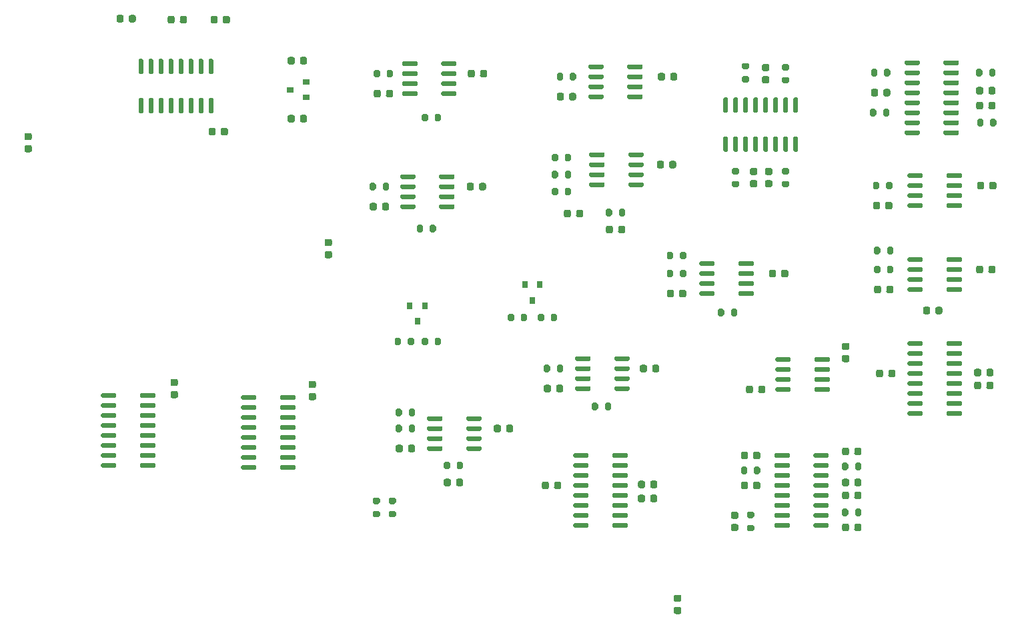
<source format=gtp>
%TF.GenerationSoftware,KiCad,Pcbnew,5.1.7-a382d34a8~87~ubuntu18.04.1*%
%TF.CreationDate,2022-10-25T18:28:54-07:00*%
%TF.ProjectId,potentiostat,706f7465-6e74-4696-9f73-7461742e6b69,rev?*%
%TF.SameCoordinates,Original*%
%TF.FileFunction,Paste,Top*%
%TF.FilePolarity,Positive*%
%FSLAX46Y46*%
G04 Gerber Fmt 4.6, Leading zero omitted, Abs format (unit mm)*
G04 Created by KiCad (PCBNEW 5.1.7-a382d34a8~87~ubuntu18.04.1) date 2022-10-25 18:28:54*
%MOMM*%
%LPD*%
G01*
G04 APERTURE LIST*
%ADD10R,0.800000X0.900000*%
%ADD11R,0.900000X0.800000*%
G04 APERTURE END LIST*
%TO.C,C3*%
G36*
G01*
X174188000Y-104390000D02*
X174188000Y-103890000D01*
G75*
G02*
X174413000Y-103665000I225000J0D01*
G01*
X174863000Y-103665000D01*
G75*
G02*
X175088000Y-103890000I0J-225000D01*
G01*
X175088000Y-104390000D01*
G75*
G02*
X174863000Y-104615000I-225000J0D01*
G01*
X174413000Y-104615000D01*
G75*
G02*
X174188000Y-104390000I0J225000D01*
G01*
G37*
G36*
G01*
X172638000Y-104390000D02*
X172638000Y-103890000D01*
G75*
G02*
X172863000Y-103665000I225000J0D01*
G01*
X173313000Y-103665000D01*
G75*
G02*
X173538000Y-103890000I0J-225000D01*
G01*
X173538000Y-104390000D01*
G75*
G02*
X173313000Y-104615000I-225000J0D01*
G01*
X172863000Y-104615000D01*
G75*
G02*
X172638000Y-104390000I0J225000D01*
G01*
G37*
%TD*%
%TO.C,U11*%
G36*
G01*
X123804000Y-76604000D02*
X123804000Y-76304000D01*
G75*
G02*
X123954000Y-76154000I150000J0D01*
G01*
X125604000Y-76154000D01*
G75*
G02*
X125754000Y-76304000I0J-150000D01*
G01*
X125754000Y-76604000D01*
G75*
G02*
X125604000Y-76754000I-150000J0D01*
G01*
X123954000Y-76754000D01*
G75*
G02*
X123804000Y-76604000I0J150000D01*
G01*
G37*
G36*
G01*
X123804000Y-77874000D02*
X123804000Y-77574000D01*
G75*
G02*
X123954000Y-77424000I150000J0D01*
G01*
X125604000Y-77424000D01*
G75*
G02*
X125754000Y-77574000I0J-150000D01*
G01*
X125754000Y-77874000D01*
G75*
G02*
X125604000Y-78024000I-150000J0D01*
G01*
X123954000Y-78024000D01*
G75*
G02*
X123804000Y-77874000I0J150000D01*
G01*
G37*
G36*
G01*
X123804000Y-79144000D02*
X123804000Y-78844000D01*
G75*
G02*
X123954000Y-78694000I150000J0D01*
G01*
X125604000Y-78694000D01*
G75*
G02*
X125754000Y-78844000I0J-150000D01*
G01*
X125754000Y-79144000D01*
G75*
G02*
X125604000Y-79294000I-150000J0D01*
G01*
X123954000Y-79294000D01*
G75*
G02*
X123804000Y-79144000I0J150000D01*
G01*
G37*
G36*
G01*
X123804000Y-80414000D02*
X123804000Y-80114000D01*
G75*
G02*
X123954000Y-79964000I150000J0D01*
G01*
X125604000Y-79964000D01*
G75*
G02*
X125754000Y-80114000I0J-150000D01*
G01*
X125754000Y-80414000D01*
G75*
G02*
X125604000Y-80564000I-150000J0D01*
G01*
X123954000Y-80564000D01*
G75*
G02*
X123804000Y-80414000I0J150000D01*
G01*
G37*
G36*
G01*
X128754000Y-80414000D02*
X128754000Y-80114000D01*
G75*
G02*
X128904000Y-79964000I150000J0D01*
G01*
X130554000Y-79964000D01*
G75*
G02*
X130704000Y-80114000I0J-150000D01*
G01*
X130704000Y-80414000D01*
G75*
G02*
X130554000Y-80564000I-150000J0D01*
G01*
X128904000Y-80564000D01*
G75*
G02*
X128754000Y-80414000I0J150000D01*
G01*
G37*
G36*
G01*
X128754000Y-79144000D02*
X128754000Y-78844000D01*
G75*
G02*
X128904000Y-78694000I150000J0D01*
G01*
X130554000Y-78694000D01*
G75*
G02*
X130704000Y-78844000I0J-150000D01*
G01*
X130704000Y-79144000D01*
G75*
G02*
X130554000Y-79294000I-150000J0D01*
G01*
X128904000Y-79294000D01*
G75*
G02*
X128754000Y-79144000I0J150000D01*
G01*
G37*
G36*
G01*
X128754000Y-77874000D02*
X128754000Y-77574000D01*
G75*
G02*
X128904000Y-77424000I150000J0D01*
G01*
X130554000Y-77424000D01*
G75*
G02*
X130704000Y-77574000I0J-150000D01*
G01*
X130704000Y-77874000D01*
G75*
G02*
X130554000Y-78024000I-150000J0D01*
G01*
X128904000Y-78024000D01*
G75*
G02*
X128754000Y-77874000I0J150000D01*
G01*
G37*
G36*
G01*
X128754000Y-76604000D02*
X128754000Y-76304000D01*
G75*
G02*
X128904000Y-76154000I150000J0D01*
G01*
X130554000Y-76154000D01*
G75*
G02*
X130704000Y-76304000I0J-150000D01*
G01*
X130704000Y-76604000D01*
G75*
G02*
X130554000Y-76754000I-150000J0D01*
G01*
X128904000Y-76754000D01*
G75*
G02*
X128754000Y-76604000I0J150000D01*
G01*
G37*
%TD*%
%TO.C,C1*%
G36*
G01*
X86416000Y-71632000D02*
X86416000Y-72132000D01*
G75*
G02*
X86191000Y-72357000I-225000J0D01*
G01*
X85741000Y-72357000D01*
G75*
G02*
X85516000Y-72132000I0J225000D01*
G01*
X85516000Y-71632000D01*
G75*
G02*
X85741000Y-71407000I225000J0D01*
G01*
X86191000Y-71407000D01*
G75*
G02*
X86416000Y-71632000I0J-225000D01*
G01*
G37*
G36*
G01*
X87966000Y-71632000D02*
X87966000Y-72132000D01*
G75*
G02*
X87741000Y-72357000I-225000J0D01*
G01*
X87291000Y-72357000D01*
G75*
G02*
X87066000Y-72132000I0J225000D01*
G01*
X87066000Y-71632000D01*
G75*
G02*
X87291000Y-71407000I225000J0D01*
G01*
X87741000Y-71407000D01*
G75*
G02*
X87966000Y-71632000I0J-225000D01*
G01*
G37*
%TD*%
%TO.C,C2*%
G36*
G01*
X162642000Y-104017000D02*
X162642000Y-104517000D01*
G75*
G02*
X162417000Y-104742000I-225000J0D01*
G01*
X161967000Y-104742000D01*
G75*
G02*
X161742000Y-104517000I0J225000D01*
G01*
X161742000Y-104017000D01*
G75*
G02*
X161967000Y-103792000I225000J0D01*
G01*
X162417000Y-103792000D01*
G75*
G02*
X162642000Y-104017000I0J-225000D01*
G01*
G37*
G36*
G01*
X161092000Y-104017000D02*
X161092000Y-104517000D01*
G75*
G02*
X160867000Y-104742000I-225000J0D01*
G01*
X160417000Y-104742000D01*
G75*
G02*
X160192000Y-104517000I0J225000D01*
G01*
X160192000Y-104017000D01*
G75*
G02*
X160417000Y-103792000I225000J0D01*
G01*
X160867000Y-103792000D01*
G75*
G02*
X161092000Y-104017000I0J-225000D01*
G01*
G37*
%TD*%
%TO.C,C4*%
G36*
G01*
X174188000Y-106041000D02*
X174188000Y-105541000D01*
G75*
G02*
X174413000Y-105316000I225000J0D01*
G01*
X174863000Y-105316000D01*
G75*
G02*
X175088000Y-105541000I0J-225000D01*
G01*
X175088000Y-106041000D01*
G75*
G02*
X174863000Y-106266000I-225000J0D01*
G01*
X174413000Y-106266000D01*
G75*
G02*
X174188000Y-106041000I0J225000D01*
G01*
G37*
G36*
G01*
X172638000Y-106041000D02*
X172638000Y-105541000D01*
G75*
G02*
X172863000Y-105316000I225000J0D01*
G01*
X173313000Y-105316000D01*
G75*
G02*
X173538000Y-105541000I0J-225000D01*
G01*
X173538000Y-106041000D01*
G75*
G02*
X173313000Y-106266000I-225000J0D01*
G01*
X172863000Y-106266000D01*
G75*
G02*
X172638000Y-106041000I0J225000D01*
G01*
G37*
%TD*%
%TO.C,C5*%
G36*
G01*
X87966000Y-64266000D02*
X87966000Y-64766000D01*
G75*
G02*
X87741000Y-64991000I-225000J0D01*
G01*
X87291000Y-64991000D01*
G75*
G02*
X87066000Y-64766000I0J225000D01*
G01*
X87066000Y-64266000D01*
G75*
G02*
X87291000Y-64041000I225000J0D01*
G01*
X87741000Y-64041000D01*
G75*
G02*
X87966000Y-64266000I0J-225000D01*
G01*
G37*
G36*
G01*
X86416000Y-64266000D02*
X86416000Y-64766000D01*
G75*
G02*
X86191000Y-64991000I-225000J0D01*
G01*
X85741000Y-64991000D01*
G75*
G02*
X85516000Y-64766000I0J225000D01*
G01*
X85516000Y-64266000D01*
G75*
G02*
X85741000Y-64041000I225000J0D01*
G01*
X86191000Y-64041000D01*
G75*
G02*
X86416000Y-64266000I0J-225000D01*
G01*
G37*
%TD*%
%TO.C,C6*%
G36*
G01*
X126802000Y-85729000D02*
X126802000Y-86229000D01*
G75*
G02*
X126577000Y-86454000I-225000J0D01*
G01*
X126127000Y-86454000D01*
G75*
G02*
X125902000Y-86229000I0J225000D01*
G01*
X125902000Y-85729000D01*
G75*
G02*
X126127000Y-85504000I225000J0D01*
G01*
X126577000Y-85504000D01*
G75*
G02*
X126802000Y-85729000I0J-225000D01*
G01*
G37*
G36*
G01*
X128352000Y-85729000D02*
X128352000Y-86229000D01*
G75*
G02*
X128127000Y-86454000I-225000J0D01*
G01*
X127677000Y-86454000D01*
G75*
G02*
X127452000Y-86229000I0J225000D01*
G01*
X127452000Y-85729000D01*
G75*
G02*
X127677000Y-85504000I225000J0D01*
G01*
X128127000Y-85504000D01*
G75*
G02*
X128352000Y-85729000I0J-225000D01*
G01*
G37*
%TD*%
%TO.C,C7*%
G36*
G01*
X52828000Y-76155000D02*
X52328000Y-76155000D01*
G75*
G02*
X52103000Y-75930000I0J225000D01*
G01*
X52103000Y-75480000D01*
G75*
G02*
X52328000Y-75255000I225000J0D01*
G01*
X52828000Y-75255000D01*
G75*
G02*
X53053000Y-75480000I0J-225000D01*
G01*
X53053000Y-75930000D01*
G75*
G02*
X52828000Y-76155000I-225000J0D01*
G01*
G37*
G36*
G01*
X52828000Y-74605000D02*
X52328000Y-74605000D01*
G75*
G02*
X52103000Y-74380000I0J225000D01*
G01*
X52103000Y-73930000D01*
G75*
G02*
X52328000Y-73705000I225000J0D01*
G01*
X52828000Y-73705000D01*
G75*
G02*
X53053000Y-73930000I0J-225000D01*
G01*
X53053000Y-74380000D01*
G75*
G02*
X52828000Y-74605000I-225000J0D01*
G01*
G37*
%TD*%
%TO.C,C8*%
G36*
G01*
X90928000Y-88067000D02*
X90428000Y-88067000D01*
G75*
G02*
X90203000Y-87842000I0J225000D01*
G01*
X90203000Y-87392000D01*
G75*
G02*
X90428000Y-87167000I225000J0D01*
G01*
X90928000Y-87167000D01*
G75*
G02*
X91153000Y-87392000I0J-225000D01*
G01*
X91153000Y-87842000D01*
G75*
G02*
X90928000Y-88067000I-225000J0D01*
G01*
G37*
G36*
G01*
X90928000Y-89617000D02*
X90428000Y-89617000D01*
G75*
G02*
X90203000Y-89392000I0J225000D01*
G01*
X90203000Y-88942000D01*
G75*
G02*
X90428000Y-88717000I225000J0D01*
G01*
X90928000Y-88717000D01*
G75*
G02*
X91153000Y-88942000I0J-225000D01*
G01*
X91153000Y-89392000D01*
G75*
G02*
X90928000Y-89617000I-225000J0D01*
G01*
G37*
%TD*%
%TO.C,C9*%
G36*
G01*
X135251000Y-134829000D02*
X134751000Y-134829000D01*
G75*
G02*
X134526000Y-134604000I0J225000D01*
G01*
X134526000Y-134154000D01*
G75*
G02*
X134751000Y-133929000I225000J0D01*
G01*
X135251000Y-133929000D01*
G75*
G02*
X135476000Y-134154000I0J-225000D01*
G01*
X135476000Y-134604000D01*
G75*
G02*
X135251000Y-134829000I-225000J0D01*
G01*
G37*
G36*
G01*
X135251000Y-133279000D02*
X134751000Y-133279000D01*
G75*
G02*
X134526000Y-133054000I0J225000D01*
G01*
X134526000Y-132604000D01*
G75*
G02*
X134751000Y-132379000I225000J0D01*
G01*
X135251000Y-132379000D01*
G75*
G02*
X135476000Y-132604000I0J-225000D01*
G01*
X135476000Y-133054000D01*
G75*
G02*
X135251000Y-133279000I-225000J0D01*
G01*
G37*
%TD*%
%TO.C,C10*%
G36*
G01*
X71370000Y-105847000D02*
X70870000Y-105847000D01*
G75*
G02*
X70645000Y-105622000I0J225000D01*
G01*
X70645000Y-105172000D01*
G75*
G02*
X70870000Y-104947000I225000J0D01*
G01*
X71370000Y-104947000D01*
G75*
G02*
X71595000Y-105172000I0J-225000D01*
G01*
X71595000Y-105622000D01*
G75*
G02*
X71370000Y-105847000I-225000J0D01*
G01*
G37*
G36*
G01*
X71370000Y-107397000D02*
X70870000Y-107397000D01*
G75*
G02*
X70645000Y-107172000I0J225000D01*
G01*
X70645000Y-106722000D01*
G75*
G02*
X70870000Y-106497000I225000J0D01*
G01*
X71370000Y-106497000D01*
G75*
G02*
X71595000Y-106722000I0J-225000D01*
G01*
X71595000Y-107172000D01*
G75*
G02*
X71370000Y-107397000I-225000J0D01*
G01*
G37*
%TD*%
%TO.C,C11*%
G36*
G01*
X123018000Y-83697000D02*
X123018000Y-84197000D01*
G75*
G02*
X122793000Y-84422000I-225000J0D01*
G01*
X122343000Y-84422000D01*
G75*
G02*
X122118000Y-84197000I0J225000D01*
G01*
X122118000Y-83697000D01*
G75*
G02*
X122343000Y-83472000I225000J0D01*
G01*
X122793000Y-83472000D01*
G75*
G02*
X123018000Y-83697000I0J-225000D01*
G01*
G37*
G36*
G01*
X121468000Y-83697000D02*
X121468000Y-84197000D01*
G75*
G02*
X121243000Y-84422000I-225000J0D01*
G01*
X120793000Y-84422000D01*
G75*
G02*
X120568000Y-84197000I0J225000D01*
G01*
X120568000Y-83697000D01*
G75*
G02*
X120793000Y-83472000I225000J0D01*
G01*
X121243000Y-83472000D01*
G75*
G02*
X121468000Y-83697000I0J-225000D01*
G01*
G37*
%TD*%
%TO.C,C12*%
G36*
G01*
X97338000Y-68457000D02*
X97338000Y-68957000D01*
G75*
G02*
X97113000Y-69182000I-225000J0D01*
G01*
X96663000Y-69182000D01*
G75*
G02*
X96438000Y-68957000I0J225000D01*
G01*
X96438000Y-68457000D01*
G75*
G02*
X96663000Y-68232000I225000J0D01*
G01*
X97113000Y-68232000D01*
G75*
G02*
X97338000Y-68457000I0J-225000D01*
G01*
G37*
G36*
G01*
X98888000Y-68457000D02*
X98888000Y-68957000D01*
G75*
G02*
X98663000Y-69182000I-225000J0D01*
G01*
X98213000Y-69182000D01*
G75*
G02*
X97988000Y-68957000I0J225000D01*
G01*
X97988000Y-68457000D01*
G75*
G02*
X98213000Y-68232000I225000J0D01*
G01*
X98663000Y-68232000D01*
G75*
G02*
X98888000Y-68457000I0J-225000D01*
G01*
G37*
%TD*%
%TO.C,C13*%
G36*
G01*
X144403000Y-78150000D02*
X144903000Y-78150000D01*
G75*
G02*
X145128000Y-78375000I0J-225000D01*
G01*
X145128000Y-78825000D01*
G75*
G02*
X144903000Y-79050000I-225000J0D01*
G01*
X144403000Y-79050000D01*
G75*
G02*
X144178000Y-78825000I0J225000D01*
G01*
X144178000Y-78375000D01*
G75*
G02*
X144403000Y-78150000I225000J0D01*
G01*
G37*
G36*
G01*
X144403000Y-79700000D02*
X144903000Y-79700000D01*
G75*
G02*
X145128000Y-79925000I0J-225000D01*
G01*
X145128000Y-80375000D01*
G75*
G02*
X144903000Y-80600000I-225000J0D01*
G01*
X144403000Y-80600000D01*
G75*
G02*
X144178000Y-80375000I0J225000D01*
G01*
X144178000Y-79925000D01*
G75*
G02*
X144403000Y-79700000I225000J0D01*
G01*
G37*
%TD*%
%TO.C,C14*%
G36*
G01*
X122129000Y-68838000D02*
X122129000Y-69338000D01*
G75*
G02*
X121904000Y-69563000I-225000J0D01*
G01*
X121454000Y-69563000D01*
G75*
G02*
X121229000Y-69338000I0J225000D01*
G01*
X121229000Y-68838000D01*
G75*
G02*
X121454000Y-68613000I225000J0D01*
G01*
X121904000Y-68613000D01*
G75*
G02*
X122129000Y-68838000I0J-225000D01*
G01*
G37*
G36*
G01*
X120579000Y-68838000D02*
X120579000Y-69338000D01*
G75*
G02*
X120354000Y-69563000I-225000J0D01*
G01*
X119904000Y-69563000D01*
G75*
G02*
X119679000Y-69338000I0J225000D01*
G01*
X119679000Y-68838000D01*
G75*
G02*
X119904000Y-68613000I225000J0D01*
G01*
X120354000Y-68613000D01*
G75*
G02*
X120579000Y-68838000I0J-225000D01*
G01*
G37*
%TD*%
%TO.C,C15*%
G36*
G01*
X98380000Y-82808000D02*
X98380000Y-83308000D01*
G75*
G02*
X98155000Y-83533000I-225000J0D01*
G01*
X97705000Y-83533000D01*
G75*
G02*
X97480000Y-83308000I0J225000D01*
G01*
X97480000Y-82808000D01*
G75*
G02*
X97705000Y-82583000I225000J0D01*
G01*
X98155000Y-82583000D01*
G75*
G02*
X98380000Y-82808000I0J-225000D01*
G01*
G37*
G36*
G01*
X96830000Y-82808000D02*
X96830000Y-83308000D01*
G75*
G02*
X96605000Y-83533000I-225000J0D01*
G01*
X96155000Y-83533000D01*
G75*
G02*
X95930000Y-83308000I0J225000D01*
G01*
X95930000Y-82808000D01*
G75*
G02*
X96155000Y-82583000I225000J0D01*
G01*
X96605000Y-82583000D01*
G75*
G02*
X96830000Y-82808000I0J-225000D01*
G01*
G37*
%TD*%
%TO.C,C16*%
G36*
G01*
X133929000Y-77974000D02*
X133929000Y-77474000D01*
G75*
G02*
X134154000Y-77249000I225000J0D01*
G01*
X134604000Y-77249000D01*
G75*
G02*
X134829000Y-77474000I0J-225000D01*
G01*
X134829000Y-77974000D01*
G75*
G02*
X134604000Y-78199000I-225000J0D01*
G01*
X134154000Y-78199000D01*
G75*
G02*
X133929000Y-77974000I0J225000D01*
G01*
G37*
G36*
G01*
X132379000Y-77974000D02*
X132379000Y-77474000D01*
G75*
G02*
X132604000Y-77249000I225000J0D01*
G01*
X133054000Y-77249000D01*
G75*
G02*
X133279000Y-77474000I0J-225000D01*
G01*
X133279000Y-77974000D01*
G75*
G02*
X133054000Y-78199000I-225000J0D01*
G01*
X132604000Y-78199000D01*
G75*
G02*
X132379000Y-77974000I0J225000D01*
G01*
G37*
%TD*%
%TO.C,C17*%
G36*
G01*
X146427000Y-65842000D02*
X145927000Y-65842000D01*
G75*
G02*
X145702000Y-65617000I0J225000D01*
G01*
X145702000Y-65167000D01*
G75*
G02*
X145927000Y-64942000I225000J0D01*
G01*
X146427000Y-64942000D01*
G75*
G02*
X146652000Y-65167000I0J-225000D01*
G01*
X146652000Y-65617000D01*
G75*
G02*
X146427000Y-65842000I-225000J0D01*
G01*
G37*
G36*
G01*
X146427000Y-67392000D02*
X145927000Y-67392000D01*
G75*
G02*
X145702000Y-67167000I0J225000D01*
G01*
X145702000Y-66717000D01*
G75*
G02*
X145927000Y-66492000I225000J0D01*
G01*
X146427000Y-66492000D01*
G75*
G02*
X146652000Y-66717000I0J-225000D01*
G01*
X146652000Y-67167000D01*
G75*
G02*
X146427000Y-67392000I-225000J0D01*
G01*
G37*
%TD*%
%TO.C,C18*%
G36*
G01*
X109926000Y-66417000D02*
X109926000Y-65917000D01*
G75*
G02*
X110151000Y-65692000I225000J0D01*
G01*
X110601000Y-65692000D01*
G75*
G02*
X110826000Y-65917000I0J-225000D01*
G01*
X110826000Y-66417000D01*
G75*
G02*
X110601000Y-66642000I-225000J0D01*
G01*
X110151000Y-66642000D01*
G75*
G02*
X109926000Y-66417000I0J225000D01*
G01*
G37*
G36*
G01*
X108376000Y-66417000D02*
X108376000Y-65917000D01*
G75*
G02*
X108601000Y-65692000I225000J0D01*
G01*
X109051000Y-65692000D01*
G75*
G02*
X109276000Y-65917000I0J-225000D01*
G01*
X109276000Y-66417000D01*
G75*
G02*
X109051000Y-66642000I-225000J0D01*
G01*
X108601000Y-66642000D01*
G75*
G02*
X108376000Y-66417000I0J225000D01*
G01*
G37*
%TD*%
%TO.C,C19*%
G36*
G01*
X134056000Y-66798000D02*
X134056000Y-66298000D01*
G75*
G02*
X134281000Y-66073000I225000J0D01*
G01*
X134731000Y-66073000D01*
G75*
G02*
X134956000Y-66298000I0J-225000D01*
G01*
X134956000Y-66798000D01*
G75*
G02*
X134731000Y-67023000I-225000J0D01*
G01*
X134281000Y-67023000D01*
G75*
G02*
X134056000Y-66798000I0J225000D01*
G01*
G37*
G36*
G01*
X132506000Y-66798000D02*
X132506000Y-66298000D01*
G75*
G02*
X132731000Y-66073000I225000J0D01*
G01*
X133181000Y-66073000D01*
G75*
G02*
X133406000Y-66298000I0J-225000D01*
G01*
X133406000Y-66798000D01*
G75*
G02*
X133181000Y-67023000I-225000J0D01*
G01*
X132731000Y-67023000D01*
G75*
G02*
X132506000Y-66798000I0J225000D01*
G01*
G37*
%TD*%
%TO.C,C20*%
G36*
G01*
X146308000Y-78150000D02*
X146808000Y-78150000D01*
G75*
G02*
X147033000Y-78375000I0J-225000D01*
G01*
X147033000Y-78825000D01*
G75*
G02*
X146808000Y-79050000I-225000J0D01*
G01*
X146308000Y-79050000D01*
G75*
G02*
X146083000Y-78825000I0J225000D01*
G01*
X146083000Y-78375000D01*
G75*
G02*
X146308000Y-78150000I225000J0D01*
G01*
G37*
G36*
G01*
X146308000Y-79700000D02*
X146808000Y-79700000D01*
G75*
G02*
X147033000Y-79925000I0J-225000D01*
G01*
X147033000Y-80375000D01*
G75*
G02*
X146808000Y-80600000I-225000J0D01*
G01*
X146308000Y-80600000D01*
G75*
G02*
X146083000Y-80375000I0J225000D01*
G01*
X146083000Y-79925000D01*
G75*
G02*
X146308000Y-79700000I225000J0D01*
G01*
G37*
%TD*%
%TO.C,C21*%
G36*
G01*
X108249000Y-80768000D02*
X108249000Y-80268000D01*
G75*
G02*
X108474000Y-80043000I225000J0D01*
G01*
X108924000Y-80043000D01*
G75*
G02*
X109149000Y-80268000I0J-225000D01*
G01*
X109149000Y-80768000D01*
G75*
G02*
X108924000Y-80993000I-225000J0D01*
G01*
X108474000Y-80993000D01*
G75*
G02*
X108249000Y-80768000I0J225000D01*
G01*
G37*
G36*
G01*
X109799000Y-80768000D02*
X109799000Y-80268000D01*
G75*
G02*
X110024000Y-80043000I225000J0D01*
G01*
X110474000Y-80043000D01*
G75*
G02*
X110699000Y-80268000I0J-225000D01*
G01*
X110699000Y-80768000D01*
G75*
G02*
X110474000Y-80993000I-225000J0D01*
G01*
X110024000Y-80993000D01*
G75*
G02*
X109799000Y-80768000I0J225000D01*
G01*
G37*
%TD*%
%TO.C,C22*%
G36*
G01*
X70276000Y-59559000D02*
X70276000Y-59059000D01*
G75*
G02*
X70501000Y-58834000I225000J0D01*
G01*
X70951000Y-58834000D01*
G75*
G02*
X71176000Y-59059000I0J-225000D01*
G01*
X71176000Y-59559000D01*
G75*
G02*
X70951000Y-59784000I-225000J0D01*
G01*
X70501000Y-59784000D01*
G75*
G02*
X70276000Y-59559000I0J225000D01*
G01*
G37*
G36*
G01*
X71826000Y-59559000D02*
X71826000Y-59059000D01*
G75*
G02*
X72051000Y-58834000I225000J0D01*
G01*
X72501000Y-58834000D01*
G75*
G02*
X72726000Y-59059000I0J-225000D01*
G01*
X72726000Y-59559000D01*
G75*
G02*
X72501000Y-59784000I-225000J0D01*
G01*
X72051000Y-59784000D01*
G75*
G02*
X71826000Y-59559000I0J225000D01*
G01*
G37*
%TD*%
%TO.C,C23*%
G36*
G01*
X76637000Y-59059000D02*
X76637000Y-59559000D01*
G75*
G02*
X76412000Y-59784000I-225000J0D01*
G01*
X75962000Y-59784000D01*
G75*
G02*
X75737000Y-59559000I0J225000D01*
G01*
X75737000Y-59059000D01*
G75*
G02*
X75962000Y-58834000I225000J0D01*
G01*
X76412000Y-58834000D01*
G75*
G02*
X76637000Y-59059000I0J-225000D01*
G01*
G37*
G36*
G01*
X78187000Y-59059000D02*
X78187000Y-59559000D01*
G75*
G02*
X77962000Y-59784000I-225000J0D01*
G01*
X77512000Y-59784000D01*
G75*
G02*
X77287000Y-59559000I0J225000D01*
G01*
X77287000Y-59059000D01*
G75*
G02*
X77512000Y-58834000I225000J0D01*
G01*
X77962000Y-58834000D01*
G75*
G02*
X78187000Y-59059000I0J-225000D01*
G01*
G37*
%TD*%
%TO.C,C24*%
G36*
G01*
X65349000Y-59432000D02*
X65349000Y-58932000D01*
G75*
G02*
X65574000Y-58707000I225000J0D01*
G01*
X66024000Y-58707000D01*
G75*
G02*
X66249000Y-58932000I0J-225000D01*
G01*
X66249000Y-59432000D01*
G75*
G02*
X66024000Y-59657000I-225000J0D01*
G01*
X65574000Y-59657000D01*
G75*
G02*
X65349000Y-59432000I0J225000D01*
G01*
G37*
G36*
G01*
X63799000Y-59432000D02*
X63799000Y-58932000D01*
G75*
G02*
X64024000Y-58707000I225000J0D01*
G01*
X64474000Y-58707000D01*
G75*
G02*
X64699000Y-58932000I0J-225000D01*
G01*
X64699000Y-59432000D01*
G75*
G02*
X64474000Y-59657000I-225000J0D01*
G01*
X64024000Y-59657000D01*
G75*
G02*
X63799000Y-59432000I0J225000D01*
G01*
G37*
%TD*%
%TO.C,C25*%
G36*
G01*
X145497000Y-114431000D02*
X145497000Y-114931000D01*
G75*
G02*
X145272000Y-115156000I-225000J0D01*
G01*
X144822000Y-115156000D01*
G75*
G02*
X144597000Y-114931000I0J225000D01*
G01*
X144597000Y-114431000D01*
G75*
G02*
X144822000Y-114206000I225000J0D01*
G01*
X145272000Y-114206000D01*
G75*
G02*
X145497000Y-114431000I0J-225000D01*
G01*
G37*
G36*
G01*
X143947000Y-114431000D02*
X143947000Y-114931000D01*
G75*
G02*
X143722000Y-115156000I-225000J0D01*
G01*
X143272000Y-115156000D01*
G75*
G02*
X143047000Y-114931000I0J225000D01*
G01*
X143047000Y-114431000D01*
G75*
G02*
X143272000Y-114206000I225000J0D01*
G01*
X143722000Y-114206000D01*
G75*
G02*
X143947000Y-114431000I0J-225000D01*
G01*
G37*
%TD*%
%TO.C,C26*%
G36*
G01*
X141990000Y-123388000D02*
X142490000Y-123388000D01*
G75*
G02*
X142715000Y-123613000I0J-225000D01*
G01*
X142715000Y-124063000D01*
G75*
G02*
X142490000Y-124288000I-225000J0D01*
G01*
X141990000Y-124288000D01*
G75*
G02*
X141765000Y-124063000I0J225000D01*
G01*
X141765000Y-123613000D01*
G75*
G02*
X141990000Y-123388000I225000J0D01*
G01*
G37*
G36*
G01*
X141990000Y-121838000D02*
X142490000Y-121838000D01*
G75*
G02*
X142715000Y-122063000I0J-225000D01*
G01*
X142715000Y-122513000D01*
G75*
G02*
X142490000Y-122738000I-225000J0D01*
G01*
X141990000Y-122738000D01*
G75*
G02*
X141765000Y-122513000I0J225000D01*
G01*
X141765000Y-122063000D01*
G75*
G02*
X141990000Y-121838000I225000J0D01*
G01*
G37*
%TD*%
%TO.C,C27*%
G36*
G01*
X155874000Y-124075000D02*
X155874000Y-123575000D01*
G75*
G02*
X156099000Y-123350000I225000J0D01*
G01*
X156549000Y-123350000D01*
G75*
G02*
X156774000Y-123575000I0J-225000D01*
G01*
X156774000Y-124075000D01*
G75*
G02*
X156549000Y-124300000I-225000J0D01*
G01*
X156099000Y-124300000D01*
G75*
G02*
X155874000Y-124075000I0J225000D01*
G01*
G37*
G36*
G01*
X157424000Y-124075000D02*
X157424000Y-123575000D01*
G75*
G02*
X157649000Y-123350000I225000J0D01*
G01*
X158099000Y-123350000D01*
G75*
G02*
X158324000Y-123575000I0J-225000D01*
G01*
X158324000Y-124075000D01*
G75*
G02*
X158099000Y-124300000I-225000J0D01*
G01*
X157649000Y-124300000D01*
G75*
G02*
X157424000Y-124075000I0J225000D01*
G01*
G37*
%TD*%
%TO.C,C28*%
G36*
G01*
X155874000Y-114423000D02*
X155874000Y-113923000D01*
G75*
G02*
X156099000Y-113698000I225000J0D01*
G01*
X156549000Y-113698000D01*
G75*
G02*
X156774000Y-113923000I0J-225000D01*
G01*
X156774000Y-114423000D01*
G75*
G02*
X156549000Y-114648000I-225000J0D01*
G01*
X156099000Y-114648000D01*
G75*
G02*
X155874000Y-114423000I0J225000D01*
G01*
G37*
G36*
G01*
X157424000Y-114423000D02*
X157424000Y-113923000D01*
G75*
G02*
X157649000Y-113698000I225000J0D01*
G01*
X158099000Y-113698000D01*
G75*
G02*
X158324000Y-113923000I0J-225000D01*
G01*
X158324000Y-114423000D01*
G75*
G02*
X158099000Y-114648000I-225000J0D01*
G01*
X157649000Y-114648000D01*
G75*
G02*
X157424000Y-114423000I0J225000D01*
G01*
G37*
%TD*%
%TO.C,C29*%
G36*
G01*
X167061000Y-96016000D02*
X167061000Y-96516000D01*
G75*
G02*
X166836000Y-96741000I-225000J0D01*
G01*
X166386000Y-96741000D01*
G75*
G02*
X166161000Y-96516000I0J225000D01*
G01*
X166161000Y-96016000D01*
G75*
G02*
X166386000Y-95791000I225000J0D01*
G01*
X166836000Y-95791000D01*
G75*
G02*
X167061000Y-96016000I0J-225000D01*
G01*
G37*
G36*
G01*
X168611000Y-96016000D02*
X168611000Y-96516000D01*
G75*
G02*
X168386000Y-96741000I-225000J0D01*
G01*
X167936000Y-96741000D01*
G75*
G02*
X167711000Y-96516000I0J225000D01*
G01*
X167711000Y-96016000D01*
G75*
G02*
X167936000Y-95791000I225000J0D01*
G01*
X168386000Y-95791000D01*
G75*
G02*
X168611000Y-96016000I0J-225000D01*
G01*
G37*
%TD*%
%TO.C,C30*%
G36*
G01*
X107778000Y-117860000D02*
X107778000Y-118360000D01*
G75*
G02*
X107553000Y-118585000I-225000J0D01*
G01*
X107103000Y-118585000D01*
G75*
G02*
X106878000Y-118360000I0J225000D01*
G01*
X106878000Y-117860000D01*
G75*
G02*
X107103000Y-117635000I225000J0D01*
G01*
X107553000Y-117635000D01*
G75*
G02*
X107778000Y-117860000I0J-225000D01*
G01*
G37*
G36*
G01*
X106228000Y-117860000D02*
X106228000Y-118360000D01*
G75*
G02*
X106003000Y-118585000I-225000J0D01*
G01*
X105553000Y-118585000D01*
G75*
G02*
X105328000Y-118360000I0J225000D01*
G01*
X105328000Y-117860000D01*
G75*
G02*
X105553000Y-117635000I225000J0D01*
G01*
X106003000Y-117635000D01*
G75*
G02*
X106228000Y-117860000I0J-225000D01*
G01*
G37*
%TD*%
%TO.C,C31*%
G36*
G01*
X160457000Y-68330000D02*
X160457000Y-68830000D01*
G75*
G02*
X160232000Y-69055000I-225000J0D01*
G01*
X159782000Y-69055000D01*
G75*
G02*
X159557000Y-68830000I0J225000D01*
G01*
X159557000Y-68330000D01*
G75*
G02*
X159782000Y-68105000I225000J0D01*
G01*
X160232000Y-68105000D01*
G75*
G02*
X160457000Y-68330000I0J-225000D01*
G01*
G37*
G36*
G01*
X162007000Y-68330000D02*
X162007000Y-68830000D01*
G75*
G02*
X161782000Y-69055000I-225000J0D01*
G01*
X161332000Y-69055000D01*
G75*
G02*
X161107000Y-68830000I0J225000D01*
G01*
X161107000Y-68330000D01*
G75*
G02*
X161332000Y-68105000I225000J0D01*
G01*
X161782000Y-68105000D01*
G75*
G02*
X162007000Y-68330000I0J-225000D01*
G01*
G37*
%TD*%
%TO.C,C32*%
G36*
G01*
X160838000Y-93349000D02*
X160838000Y-93849000D01*
G75*
G02*
X160613000Y-94074000I-225000J0D01*
G01*
X160163000Y-94074000D01*
G75*
G02*
X159938000Y-93849000I0J225000D01*
G01*
X159938000Y-93349000D01*
G75*
G02*
X160163000Y-93124000I225000J0D01*
G01*
X160613000Y-93124000D01*
G75*
G02*
X160838000Y-93349000I0J-225000D01*
G01*
G37*
G36*
G01*
X162388000Y-93349000D02*
X162388000Y-93849000D01*
G75*
G02*
X162163000Y-94074000I-225000J0D01*
G01*
X161713000Y-94074000D01*
G75*
G02*
X161488000Y-93849000I0J225000D01*
G01*
X161488000Y-93349000D01*
G75*
G02*
X161713000Y-93124000I225000J0D01*
G01*
X162163000Y-93124000D01*
G75*
G02*
X162388000Y-93349000I0J-225000D01*
G01*
G37*
%TD*%
%TO.C,C33*%
G36*
G01*
X145497000Y-118241000D02*
X145497000Y-118741000D01*
G75*
G02*
X145272000Y-118966000I-225000J0D01*
G01*
X144822000Y-118966000D01*
G75*
G02*
X144597000Y-118741000I0J225000D01*
G01*
X144597000Y-118241000D01*
G75*
G02*
X144822000Y-118016000I225000J0D01*
G01*
X145272000Y-118016000D01*
G75*
G02*
X145497000Y-118241000I0J-225000D01*
G01*
G37*
G36*
G01*
X143947000Y-118241000D02*
X143947000Y-118741000D01*
G75*
G02*
X143722000Y-118966000I-225000J0D01*
G01*
X143272000Y-118966000D01*
G75*
G02*
X143047000Y-118741000I0J225000D01*
G01*
X143047000Y-118241000D01*
G75*
G02*
X143272000Y-118016000I225000J0D01*
G01*
X143722000Y-118016000D01*
G75*
G02*
X143947000Y-118241000I0J-225000D01*
G01*
G37*
%TD*%
%TO.C,C34*%
G36*
G01*
X144582000Y-106049000D02*
X144582000Y-106549000D01*
G75*
G02*
X144357000Y-106774000I-225000J0D01*
G01*
X143907000Y-106774000D01*
G75*
G02*
X143682000Y-106549000I0J225000D01*
G01*
X143682000Y-106049000D01*
G75*
G02*
X143907000Y-105824000I225000J0D01*
G01*
X144357000Y-105824000D01*
G75*
G02*
X144582000Y-106049000I0J-225000D01*
G01*
G37*
G36*
G01*
X146132000Y-106049000D02*
X146132000Y-106549000D01*
G75*
G02*
X145907000Y-106774000I-225000J0D01*
G01*
X145457000Y-106774000D01*
G75*
G02*
X145232000Y-106549000I0J225000D01*
G01*
X145232000Y-106049000D01*
G75*
G02*
X145457000Y-105824000I225000J0D01*
G01*
X145907000Y-105824000D01*
G75*
G02*
X146132000Y-106049000I0J-225000D01*
G01*
G37*
%TD*%
%TO.C,C35*%
G36*
G01*
X172892000Y-68576000D02*
X172892000Y-68076000D01*
G75*
G02*
X173117000Y-67851000I225000J0D01*
G01*
X173567000Y-67851000D01*
G75*
G02*
X173792000Y-68076000I0J-225000D01*
G01*
X173792000Y-68576000D01*
G75*
G02*
X173567000Y-68801000I-225000J0D01*
G01*
X173117000Y-68801000D01*
G75*
G02*
X172892000Y-68576000I0J225000D01*
G01*
G37*
G36*
G01*
X174442000Y-68576000D02*
X174442000Y-68076000D01*
G75*
G02*
X174667000Y-67851000I225000J0D01*
G01*
X175117000Y-67851000D01*
G75*
G02*
X175342000Y-68076000I0J-225000D01*
G01*
X175342000Y-68576000D01*
G75*
G02*
X175117000Y-68801000I-225000J0D01*
G01*
X174667000Y-68801000D01*
G75*
G02*
X174442000Y-68576000I0J225000D01*
G01*
G37*
%TD*%
%TO.C,C36*%
G36*
G01*
X160711000Y-82681000D02*
X160711000Y-83181000D01*
G75*
G02*
X160486000Y-83406000I-225000J0D01*
G01*
X160036000Y-83406000D01*
G75*
G02*
X159811000Y-83181000I0J225000D01*
G01*
X159811000Y-82681000D01*
G75*
G02*
X160036000Y-82456000I225000J0D01*
G01*
X160486000Y-82456000D01*
G75*
G02*
X160711000Y-82681000I0J-225000D01*
G01*
G37*
G36*
G01*
X162261000Y-82681000D02*
X162261000Y-83181000D01*
G75*
G02*
X162036000Y-83406000I-225000J0D01*
G01*
X161586000Y-83406000D01*
G75*
G02*
X161361000Y-83181000I0J225000D01*
G01*
X161361000Y-82681000D01*
G75*
G02*
X161586000Y-82456000I225000J0D01*
G01*
X162036000Y-82456000D01*
G75*
G02*
X162261000Y-82681000I0J-225000D01*
G01*
G37*
%TD*%
%TO.C,C37*%
G36*
G01*
X157424000Y-118360000D02*
X157424000Y-117860000D01*
G75*
G02*
X157649000Y-117635000I225000J0D01*
G01*
X158099000Y-117635000D01*
G75*
G02*
X158324000Y-117860000I0J-225000D01*
G01*
X158324000Y-118360000D01*
G75*
G02*
X158099000Y-118585000I-225000J0D01*
G01*
X157649000Y-118585000D01*
G75*
G02*
X157424000Y-118360000I0J225000D01*
G01*
G37*
G36*
G01*
X155874000Y-118360000D02*
X155874000Y-117860000D01*
G75*
G02*
X156099000Y-117635000I225000J0D01*
G01*
X156549000Y-117635000D01*
G75*
G02*
X156774000Y-117860000I0J-225000D01*
G01*
X156774000Y-118360000D01*
G75*
G02*
X156549000Y-118585000I-225000J0D01*
G01*
X156099000Y-118585000D01*
G75*
G02*
X155874000Y-118360000I0J225000D01*
G01*
G37*
%TD*%
%TO.C,C38*%
G36*
G01*
X156587000Y-102825000D02*
X156087000Y-102825000D01*
G75*
G02*
X155862000Y-102600000I0J225000D01*
G01*
X155862000Y-102150000D01*
G75*
G02*
X156087000Y-101925000I225000J0D01*
G01*
X156587000Y-101925000D01*
G75*
G02*
X156812000Y-102150000I0J-225000D01*
G01*
X156812000Y-102600000D01*
G75*
G02*
X156587000Y-102825000I-225000J0D01*
G01*
G37*
G36*
G01*
X156587000Y-101275000D02*
X156087000Y-101275000D01*
G75*
G02*
X155862000Y-101050000I0J225000D01*
G01*
X155862000Y-100600000D01*
G75*
G02*
X156087000Y-100375000I225000J0D01*
G01*
X156587000Y-100375000D01*
G75*
G02*
X156812000Y-100600000I0J-225000D01*
G01*
X156812000Y-101050000D01*
G75*
G02*
X156587000Y-101275000I-225000J0D01*
G01*
G37*
%TD*%
%TO.C,C39*%
G36*
G01*
X136099000Y-93857000D02*
X136099000Y-94357000D01*
G75*
G02*
X135874000Y-94582000I-225000J0D01*
G01*
X135424000Y-94582000D01*
G75*
G02*
X135199000Y-94357000I0J225000D01*
G01*
X135199000Y-93857000D01*
G75*
G02*
X135424000Y-93632000I225000J0D01*
G01*
X135874000Y-93632000D01*
G75*
G02*
X136099000Y-93857000I0J-225000D01*
G01*
G37*
G36*
G01*
X134549000Y-93857000D02*
X134549000Y-94357000D01*
G75*
G02*
X134324000Y-94582000I-225000J0D01*
G01*
X133874000Y-94582000D01*
G75*
G02*
X133649000Y-94357000I0J225000D01*
G01*
X133649000Y-93857000D01*
G75*
G02*
X133874000Y-93632000I225000J0D01*
G01*
X134324000Y-93632000D01*
G75*
G02*
X134549000Y-93857000I0J-225000D01*
G01*
G37*
%TD*%
%TO.C,C40*%
G36*
G01*
X172892000Y-70481000D02*
X172892000Y-69981000D01*
G75*
G02*
X173117000Y-69756000I225000J0D01*
G01*
X173567000Y-69756000D01*
G75*
G02*
X173792000Y-69981000I0J-225000D01*
G01*
X173792000Y-70481000D01*
G75*
G02*
X173567000Y-70706000I-225000J0D01*
G01*
X173117000Y-70706000D01*
G75*
G02*
X172892000Y-70481000I0J225000D01*
G01*
G37*
G36*
G01*
X174442000Y-70481000D02*
X174442000Y-69981000D01*
G75*
G02*
X174667000Y-69756000I225000J0D01*
G01*
X175117000Y-69756000D01*
G75*
G02*
X175342000Y-69981000I0J-225000D01*
G01*
X175342000Y-70481000D01*
G75*
G02*
X175117000Y-70706000I-225000J0D01*
G01*
X174667000Y-70706000D01*
G75*
G02*
X174442000Y-70481000I0J225000D01*
G01*
G37*
%TD*%
%TO.C,C41*%
G36*
G01*
X157424000Y-120011000D02*
X157424000Y-119511000D01*
G75*
G02*
X157649000Y-119286000I225000J0D01*
G01*
X158099000Y-119286000D01*
G75*
G02*
X158324000Y-119511000I0J-225000D01*
G01*
X158324000Y-120011000D01*
G75*
G02*
X158099000Y-120236000I-225000J0D01*
G01*
X157649000Y-120236000D01*
G75*
G02*
X157424000Y-120011000I0J225000D01*
G01*
G37*
G36*
G01*
X155874000Y-120011000D02*
X155874000Y-119511000D01*
G75*
G02*
X156099000Y-119286000I225000J0D01*
G01*
X156549000Y-119286000D01*
G75*
G02*
X156774000Y-119511000I0J-225000D01*
G01*
X156774000Y-120011000D01*
G75*
G02*
X156549000Y-120236000I-225000J0D01*
G01*
X156099000Y-120236000D01*
G75*
G02*
X155874000Y-120011000I0J225000D01*
G01*
G37*
%TD*%
%TO.C,C42*%
G36*
G01*
X120478000Y-105922000D02*
X120478000Y-106422000D01*
G75*
G02*
X120253000Y-106647000I-225000J0D01*
G01*
X119803000Y-106647000D01*
G75*
G02*
X119578000Y-106422000I0J225000D01*
G01*
X119578000Y-105922000D01*
G75*
G02*
X119803000Y-105697000I225000J0D01*
G01*
X120253000Y-105697000D01*
G75*
G02*
X120478000Y-105922000I0J-225000D01*
G01*
G37*
G36*
G01*
X118928000Y-105922000D02*
X118928000Y-106422000D01*
G75*
G02*
X118703000Y-106647000I-225000J0D01*
G01*
X118253000Y-106647000D01*
G75*
G02*
X118028000Y-106422000I0J225000D01*
G01*
X118028000Y-105922000D01*
G75*
G02*
X118253000Y-105697000I225000J0D01*
G01*
X118703000Y-105697000D01*
G75*
G02*
X118928000Y-105922000I0J-225000D01*
G01*
G37*
%TD*%
%TO.C,C43*%
G36*
G01*
X174442000Y-91309000D02*
X174442000Y-90809000D01*
G75*
G02*
X174667000Y-90584000I225000J0D01*
G01*
X175117000Y-90584000D01*
G75*
G02*
X175342000Y-90809000I0J-225000D01*
G01*
X175342000Y-91309000D01*
G75*
G02*
X175117000Y-91534000I-225000J0D01*
G01*
X174667000Y-91534000D01*
G75*
G02*
X174442000Y-91309000I0J225000D01*
G01*
G37*
G36*
G01*
X172892000Y-91309000D02*
X172892000Y-90809000D01*
G75*
G02*
X173117000Y-90584000I225000J0D01*
G01*
X173567000Y-90584000D01*
G75*
G02*
X173792000Y-90809000I0J-225000D01*
G01*
X173792000Y-91309000D01*
G75*
G02*
X173567000Y-91534000I-225000J0D01*
G01*
X173117000Y-91534000D01*
G75*
G02*
X172892000Y-91309000I0J225000D01*
G01*
G37*
%TD*%
%TO.C,C44*%
G36*
G01*
X100132000Y-113542000D02*
X100132000Y-114042000D01*
G75*
G02*
X99907000Y-114267000I-225000J0D01*
G01*
X99457000Y-114267000D01*
G75*
G02*
X99232000Y-114042000I0J225000D01*
G01*
X99232000Y-113542000D01*
G75*
G02*
X99457000Y-113317000I225000J0D01*
G01*
X99907000Y-113317000D01*
G75*
G02*
X100132000Y-113542000I0J-225000D01*
G01*
G37*
G36*
G01*
X101682000Y-113542000D02*
X101682000Y-114042000D01*
G75*
G02*
X101457000Y-114267000I-225000J0D01*
G01*
X101007000Y-114267000D01*
G75*
G02*
X100782000Y-114042000I0J225000D01*
G01*
X100782000Y-113542000D01*
G75*
G02*
X101007000Y-113317000I225000J0D01*
G01*
X101457000Y-113317000D01*
G75*
G02*
X101682000Y-113542000I0J-225000D01*
G01*
G37*
%TD*%
%TO.C,C45*%
G36*
G01*
X173019000Y-80641000D02*
X173019000Y-80141000D01*
G75*
G02*
X173244000Y-79916000I225000J0D01*
G01*
X173694000Y-79916000D01*
G75*
G02*
X173919000Y-80141000I0J-225000D01*
G01*
X173919000Y-80641000D01*
G75*
G02*
X173694000Y-80866000I-225000J0D01*
G01*
X173244000Y-80866000D01*
G75*
G02*
X173019000Y-80641000I0J225000D01*
G01*
G37*
G36*
G01*
X174569000Y-80641000D02*
X174569000Y-80141000D01*
G75*
G02*
X174794000Y-79916000I225000J0D01*
G01*
X175244000Y-79916000D01*
G75*
G02*
X175469000Y-80141000I0J-225000D01*
G01*
X175469000Y-80641000D01*
G75*
G02*
X175244000Y-80866000I-225000J0D01*
G01*
X174794000Y-80866000D01*
G75*
G02*
X174569000Y-80641000I0J225000D01*
G01*
G37*
%TD*%
%TO.C,C46*%
G36*
G01*
X88896000Y-107651000D02*
X88396000Y-107651000D01*
G75*
G02*
X88171000Y-107426000I0J225000D01*
G01*
X88171000Y-106976000D01*
G75*
G02*
X88396000Y-106751000I225000J0D01*
G01*
X88896000Y-106751000D01*
G75*
G02*
X89121000Y-106976000I0J-225000D01*
G01*
X89121000Y-107426000D01*
G75*
G02*
X88896000Y-107651000I-225000J0D01*
G01*
G37*
G36*
G01*
X88896000Y-106101000D02*
X88396000Y-106101000D01*
G75*
G02*
X88171000Y-105876000I0J225000D01*
G01*
X88171000Y-105426000D01*
G75*
G02*
X88396000Y-105201000I225000J0D01*
G01*
X88896000Y-105201000D01*
G75*
G02*
X89121000Y-105426000I0J-225000D01*
G01*
X89121000Y-105876000D01*
G75*
G02*
X88896000Y-106101000I-225000J0D01*
G01*
G37*
%TD*%
%TO.C,C47*%
G36*
G01*
X75483000Y-73783000D02*
X75483000Y-73283000D01*
G75*
G02*
X75708000Y-73058000I225000J0D01*
G01*
X76158000Y-73058000D01*
G75*
G02*
X76383000Y-73283000I0J-225000D01*
G01*
X76383000Y-73783000D01*
G75*
G02*
X76158000Y-74008000I-225000J0D01*
G01*
X75708000Y-74008000D01*
G75*
G02*
X75483000Y-73783000I0J225000D01*
G01*
G37*
G36*
G01*
X77033000Y-73783000D02*
X77033000Y-73283000D01*
G75*
G02*
X77258000Y-73058000I225000J0D01*
G01*
X77708000Y-73058000D01*
G75*
G02*
X77933000Y-73283000I0J-225000D01*
G01*
X77933000Y-73783000D01*
G75*
G02*
X77708000Y-74008000I-225000J0D01*
G01*
X77258000Y-74008000D01*
G75*
G02*
X77033000Y-73783000I0J225000D01*
G01*
G37*
%TD*%
%TO.C,C48*%
G36*
G01*
X130220000Y-103882000D02*
X130220000Y-103382000D01*
G75*
G02*
X130445000Y-103157000I225000J0D01*
G01*
X130895000Y-103157000D01*
G75*
G02*
X131120000Y-103382000I0J-225000D01*
G01*
X131120000Y-103882000D01*
G75*
G02*
X130895000Y-104107000I-225000J0D01*
G01*
X130445000Y-104107000D01*
G75*
G02*
X130220000Y-103882000I0J225000D01*
G01*
G37*
G36*
G01*
X131770000Y-103882000D02*
X131770000Y-103382000D01*
G75*
G02*
X131995000Y-103157000I225000J0D01*
G01*
X132445000Y-103157000D01*
G75*
G02*
X132670000Y-103382000I0J-225000D01*
G01*
X132670000Y-103882000D01*
G75*
G02*
X132445000Y-104107000I-225000J0D01*
G01*
X131995000Y-104107000D01*
G75*
G02*
X131770000Y-103882000I0J225000D01*
G01*
G37*
%TD*%
%TO.C,C50*%
G36*
G01*
X146603000Y-91817000D02*
X146603000Y-91317000D01*
G75*
G02*
X146828000Y-91092000I225000J0D01*
G01*
X147278000Y-91092000D01*
G75*
G02*
X147503000Y-91317000I0J-225000D01*
G01*
X147503000Y-91817000D01*
G75*
G02*
X147278000Y-92042000I-225000J0D01*
G01*
X146828000Y-92042000D01*
G75*
G02*
X146603000Y-91817000I0J225000D01*
G01*
G37*
G36*
G01*
X148153000Y-91817000D02*
X148153000Y-91317000D01*
G75*
G02*
X148378000Y-91092000I225000J0D01*
G01*
X148828000Y-91092000D01*
G75*
G02*
X149053000Y-91317000I0J-225000D01*
G01*
X149053000Y-91817000D01*
G75*
G02*
X148828000Y-92042000I-225000J0D01*
G01*
X148378000Y-92042000D01*
G75*
G02*
X148153000Y-91817000I0J225000D01*
G01*
G37*
%TD*%
%TO.C,C52*%
G36*
G01*
X113228000Y-111502000D02*
X113228000Y-111002000D01*
G75*
G02*
X113453000Y-110777000I225000J0D01*
G01*
X113903000Y-110777000D01*
G75*
G02*
X114128000Y-111002000I0J-225000D01*
G01*
X114128000Y-111502000D01*
G75*
G02*
X113903000Y-111727000I-225000J0D01*
G01*
X113453000Y-111727000D01*
G75*
G02*
X113228000Y-111502000I0J225000D01*
G01*
G37*
G36*
G01*
X111678000Y-111502000D02*
X111678000Y-111002000D01*
G75*
G02*
X111903000Y-110777000I225000J0D01*
G01*
X112353000Y-110777000D01*
G75*
G02*
X112578000Y-111002000I0J-225000D01*
G01*
X112578000Y-111502000D01*
G75*
G02*
X112353000Y-111727000I-225000J0D01*
G01*
X111903000Y-111727000D01*
G75*
G02*
X111678000Y-111502000I0J225000D01*
G01*
G37*
%TD*%
D10*
%TO.C,D1*%
X117536000Y-92980000D03*
X115636000Y-92980000D03*
X116586000Y-94980000D03*
%TD*%
%TO.C,D2*%
X102931000Y-95647000D03*
X101031000Y-95647000D03*
X101981000Y-97647000D03*
%TD*%
%TO.C,R1*%
G36*
G01*
X119844000Y-76560000D02*
X119844000Y-77110000D01*
G75*
G02*
X119644000Y-77310000I-200000J0D01*
G01*
X119244000Y-77310000D01*
G75*
G02*
X119044000Y-77110000I0J200000D01*
G01*
X119044000Y-76560000D01*
G75*
G02*
X119244000Y-76360000I200000J0D01*
G01*
X119644000Y-76360000D01*
G75*
G02*
X119844000Y-76560000I0J-200000D01*
G01*
G37*
G36*
G01*
X121494000Y-76560000D02*
X121494000Y-77110000D01*
G75*
G02*
X121294000Y-77310000I-200000J0D01*
G01*
X120894000Y-77310000D01*
G75*
G02*
X120694000Y-77110000I0J200000D01*
G01*
X120694000Y-76560000D01*
G75*
G02*
X120894000Y-76360000I200000J0D01*
G01*
X121294000Y-76360000D01*
G75*
G02*
X121494000Y-76560000I0J-200000D01*
G01*
G37*
%TD*%
%TO.C,R2*%
G36*
G01*
X119844000Y-78719000D02*
X119844000Y-79269000D01*
G75*
G02*
X119644000Y-79469000I-200000J0D01*
G01*
X119244000Y-79469000D01*
G75*
G02*
X119044000Y-79269000I0J200000D01*
G01*
X119044000Y-78719000D01*
G75*
G02*
X119244000Y-78519000I200000J0D01*
G01*
X119644000Y-78519000D01*
G75*
G02*
X119844000Y-78719000I0J-200000D01*
G01*
G37*
G36*
G01*
X121494000Y-78719000D02*
X121494000Y-79269000D01*
G75*
G02*
X121294000Y-79469000I-200000J0D01*
G01*
X120894000Y-79469000D01*
G75*
G02*
X120694000Y-79269000I0J200000D01*
G01*
X120694000Y-78719000D01*
G75*
G02*
X120894000Y-78519000I200000J0D01*
G01*
X121294000Y-78519000D01*
G75*
G02*
X121494000Y-78719000I0J-200000D01*
G01*
G37*
%TD*%
%TO.C,R3*%
G36*
G01*
X119044000Y-81428000D02*
X119044000Y-80878000D01*
G75*
G02*
X119244000Y-80678000I200000J0D01*
G01*
X119644000Y-80678000D01*
G75*
G02*
X119844000Y-80878000I0J-200000D01*
G01*
X119844000Y-81428000D01*
G75*
G02*
X119644000Y-81628000I-200000J0D01*
G01*
X119244000Y-81628000D01*
G75*
G02*
X119044000Y-81428000I0J200000D01*
G01*
G37*
G36*
G01*
X120694000Y-81428000D02*
X120694000Y-80878000D01*
G75*
G02*
X120894000Y-80678000I200000J0D01*
G01*
X121294000Y-80678000D01*
G75*
G02*
X121494000Y-80878000I0J-200000D01*
G01*
X121494000Y-81428000D01*
G75*
G02*
X121294000Y-81628000I-200000J0D01*
G01*
X120894000Y-81628000D01*
G75*
G02*
X120694000Y-81428000I0J200000D01*
G01*
G37*
%TD*%
%TO.C,R4*%
G36*
G01*
X97238000Y-65892000D02*
X97238000Y-66442000D01*
G75*
G02*
X97038000Y-66642000I-200000J0D01*
G01*
X96638000Y-66642000D01*
G75*
G02*
X96438000Y-66442000I0J200000D01*
G01*
X96438000Y-65892000D01*
G75*
G02*
X96638000Y-65692000I200000J0D01*
G01*
X97038000Y-65692000D01*
G75*
G02*
X97238000Y-65892000I0J-200000D01*
G01*
G37*
G36*
G01*
X98888000Y-65892000D02*
X98888000Y-66442000D01*
G75*
G02*
X98688000Y-66642000I-200000J0D01*
G01*
X98288000Y-66642000D01*
G75*
G02*
X98088000Y-66442000I0J200000D01*
G01*
X98088000Y-65892000D01*
G75*
G02*
X98288000Y-65692000I200000J0D01*
G01*
X98688000Y-65692000D01*
G75*
G02*
X98888000Y-65892000I0J-200000D01*
G01*
G37*
%TD*%
%TO.C,R5*%
G36*
G01*
X128352000Y-83545000D02*
X128352000Y-84095000D01*
G75*
G02*
X128152000Y-84295000I-200000J0D01*
G01*
X127752000Y-84295000D01*
G75*
G02*
X127552000Y-84095000I0J200000D01*
G01*
X127552000Y-83545000D01*
G75*
G02*
X127752000Y-83345000I200000J0D01*
G01*
X128152000Y-83345000D01*
G75*
G02*
X128352000Y-83545000I0J-200000D01*
G01*
G37*
G36*
G01*
X126702000Y-83545000D02*
X126702000Y-84095000D01*
G75*
G02*
X126502000Y-84295000I-200000J0D01*
G01*
X126102000Y-84295000D01*
G75*
G02*
X125902000Y-84095000I0J200000D01*
G01*
X125902000Y-83545000D01*
G75*
G02*
X126102000Y-83345000I200000J0D01*
G01*
X126502000Y-83345000D01*
G75*
G02*
X126702000Y-83545000I0J-200000D01*
G01*
G37*
%TD*%
%TO.C,R6*%
G36*
G01*
X104984000Y-71480000D02*
X104984000Y-72030000D01*
G75*
G02*
X104784000Y-72230000I-200000J0D01*
G01*
X104384000Y-72230000D01*
G75*
G02*
X104184000Y-72030000I0J200000D01*
G01*
X104184000Y-71480000D01*
G75*
G02*
X104384000Y-71280000I200000J0D01*
G01*
X104784000Y-71280000D01*
G75*
G02*
X104984000Y-71480000I0J-200000D01*
G01*
G37*
G36*
G01*
X103334000Y-71480000D02*
X103334000Y-72030000D01*
G75*
G02*
X103134000Y-72230000I-200000J0D01*
G01*
X102734000Y-72230000D01*
G75*
G02*
X102534000Y-72030000I0J200000D01*
G01*
X102534000Y-71480000D01*
G75*
G02*
X102734000Y-71280000I200000J0D01*
G01*
X103134000Y-71280000D01*
G75*
G02*
X103334000Y-71480000I0J-200000D01*
G01*
G37*
%TD*%
%TO.C,R7*%
G36*
G01*
X122129000Y-66273000D02*
X122129000Y-66823000D01*
G75*
G02*
X121929000Y-67023000I-200000J0D01*
G01*
X121529000Y-67023000D01*
G75*
G02*
X121329000Y-66823000I0J200000D01*
G01*
X121329000Y-66273000D01*
G75*
G02*
X121529000Y-66073000I200000J0D01*
G01*
X121929000Y-66073000D01*
G75*
G02*
X122129000Y-66273000I0J-200000D01*
G01*
G37*
G36*
G01*
X120479000Y-66273000D02*
X120479000Y-66823000D01*
G75*
G02*
X120279000Y-67023000I-200000J0D01*
G01*
X119879000Y-67023000D01*
G75*
G02*
X119679000Y-66823000I0J200000D01*
G01*
X119679000Y-66273000D01*
G75*
G02*
X119879000Y-66073000I200000J0D01*
G01*
X120279000Y-66073000D01*
G75*
G02*
X120479000Y-66273000I0J-200000D01*
G01*
G37*
%TD*%
%TO.C,R8*%
G36*
G01*
X96730000Y-80243000D02*
X96730000Y-80793000D01*
G75*
G02*
X96530000Y-80993000I-200000J0D01*
G01*
X96130000Y-80993000D01*
G75*
G02*
X95930000Y-80793000I0J200000D01*
G01*
X95930000Y-80243000D01*
G75*
G02*
X96130000Y-80043000I200000J0D01*
G01*
X96530000Y-80043000D01*
G75*
G02*
X96730000Y-80243000I0J-200000D01*
G01*
G37*
G36*
G01*
X98380000Y-80243000D02*
X98380000Y-80793000D01*
G75*
G02*
X98180000Y-80993000I-200000J0D01*
G01*
X97780000Y-80993000D01*
G75*
G02*
X97580000Y-80793000I0J200000D01*
G01*
X97580000Y-80243000D01*
G75*
G02*
X97780000Y-80043000I200000J0D01*
G01*
X98180000Y-80043000D01*
G75*
G02*
X98380000Y-80243000I0J-200000D01*
G01*
G37*
%TD*%
%TO.C,R9*%
G36*
G01*
X148992000Y-65742000D02*
X148442000Y-65742000D01*
G75*
G02*
X148242000Y-65542000I0J200000D01*
G01*
X148242000Y-65142000D01*
G75*
G02*
X148442000Y-64942000I200000J0D01*
G01*
X148992000Y-64942000D01*
G75*
G02*
X149192000Y-65142000I0J-200000D01*
G01*
X149192000Y-65542000D01*
G75*
G02*
X148992000Y-65742000I-200000J0D01*
G01*
G37*
G36*
G01*
X148992000Y-67392000D02*
X148442000Y-67392000D01*
G75*
G02*
X148242000Y-67192000I0J200000D01*
G01*
X148242000Y-66792000D01*
G75*
G02*
X148442000Y-66592000I200000J0D01*
G01*
X148992000Y-66592000D01*
G75*
G02*
X149192000Y-66792000I0J-200000D01*
G01*
X149192000Y-67192000D01*
G75*
G02*
X148992000Y-67392000I-200000J0D01*
G01*
G37*
%TD*%
%TO.C,R10*%
G36*
G01*
X143912000Y-67265000D02*
X143362000Y-67265000D01*
G75*
G02*
X143162000Y-67065000I0J200000D01*
G01*
X143162000Y-66665000D01*
G75*
G02*
X143362000Y-66465000I200000J0D01*
G01*
X143912000Y-66465000D01*
G75*
G02*
X144112000Y-66665000I0J-200000D01*
G01*
X144112000Y-67065000D01*
G75*
G02*
X143912000Y-67265000I-200000J0D01*
G01*
G37*
G36*
G01*
X143912000Y-65615000D02*
X143362000Y-65615000D01*
G75*
G02*
X143162000Y-65415000I0J200000D01*
G01*
X143162000Y-65015000D01*
G75*
G02*
X143362000Y-64815000I200000J0D01*
G01*
X143912000Y-64815000D01*
G75*
G02*
X144112000Y-65015000I0J-200000D01*
G01*
X144112000Y-65415000D01*
G75*
G02*
X143912000Y-65615000I-200000J0D01*
G01*
G37*
%TD*%
%TO.C,R11*%
G36*
G01*
X142092000Y-79800000D02*
X142642000Y-79800000D01*
G75*
G02*
X142842000Y-80000000I0J-200000D01*
G01*
X142842000Y-80400000D01*
G75*
G02*
X142642000Y-80600000I-200000J0D01*
G01*
X142092000Y-80600000D01*
G75*
G02*
X141892000Y-80400000I0J200000D01*
G01*
X141892000Y-80000000D01*
G75*
G02*
X142092000Y-79800000I200000J0D01*
G01*
G37*
G36*
G01*
X142092000Y-78150000D02*
X142642000Y-78150000D01*
G75*
G02*
X142842000Y-78350000I0J-200000D01*
G01*
X142842000Y-78750000D01*
G75*
G02*
X142642000Y-78950000I-200000J0D01*
G01*
X142092000Y-78950000D01*
G75*
G02*
X141892000Y-78750000I0J200000D01*
G01*
X141892000Y-78350000D01*
G75*
G02*
X142092000Y-78150000I200000J0D01*
G01*
G37*
%TD*%
%TO.C,R12*%
G36*
G01*
X148442000Y-78150000D02*
X148992000Y-78150000D01*
G75*
G02*
X149192000Y-78350000I0J-200000D01*
G01*
X149192000Y-78750000D01*
G75*
G02*
X148992000Y-78950000I-200000J0D01*
G01*
X148442000Y-78950000D01*
G75*
G02*
X148242000Y-78750000I0J200000D01*
G01*
X148242000Y-78350000D01*
G75*
G02*
X148442000Y-78150000I200000J0D01*
G01*
G37*
G36*
G01*
X148442000Y-79800000D02*
X148992000Y-79800000D01*
G75*
G02*
X149192000Y-80000000I0J-200000D01*
G01*
X149192000Y-80400000D01*
G75*
G02*
X148992000Y-80600000I-200000J0D01*
G01*
X148442000Y-80600000D01*
G75*
G02*
X148242000Y-80400000I0J200000D01*
G01*
X148242000Y-80000000D01*
G75*
G02*
X148442000Y-79800000I200000J0D01*
G01*
G37*
%TD*%
%TO.C,R13*%
G36*
G01*
X102699000Y-85577000D02*
X102699000Y-86127000D01*
G75*
G02*
X102499000Y-86327000I-200000J0D01*
G01*
X102099000Y-86327000D01*
G75*
G02*
X101899000Y-86127000I0J200000D01*
G01*
X101899000Y-85577000D01*
G75*
G02*
X102099000Y-85377000I200000J0D01*
G01*
X102499000Y-85377000D01*
G75*
G02*
X102699000Y-85577000I0J-200000D01*
G01*
G37*
G36*
G01*
X104349000Y-85577000D02*
X104349000Y-86127000D01*
G75*
G02*
X104149000Y-86327000I-200000J0D01*
G01*
X103749000Y-86327000D01*
G75*
G02*
X103549000Y-86127000I0J200000D01*
G01*
X103549000Y-85577000D01*
G75*
G02*
X103749000Y-85377000I200000J0D01*
G01*
X104149000Y-85377000D01*
G75*
G02*
X104349000Y-85577000I0J-200000D01*
G01*
G37*
%TD*%
%TO.C,R14*%
G36*
G01*
X143847000Y-116311000D02*
X143847000Y-116861000D01*
G75*
G02*
X143647000Y-117061000I-200000J0D01*
G01*
X143247000Y-117061000D01*
G75*
G02*
X143047000Y-116861000I0J200000D01*
G01*
X143047000Y-116311000D01*
G75*
G02*
X143247000Y-116111000I200000J0D01*
G01*
X143647000Y-116111000D01*
G75*
G02*
X143847000Y-116311000I0J-200000D01*
G01*
G37*
G36*
G01*
X145497000Y-116311000D02*
X145497000Y-116861000D01*
G75*
G02*
X145297000Y-117061000I-200000J0D01*
G01*
X144897000Y-117061000D01*
G75*
G02*
X144697000Y-116861000I0J200000D01*
G01*
X144697000Y-116311000D01*
G75*
G02*
X144897000Y-116111000I200000J0D01*
G01*
X145297000Y-116111000D01*
G75*
G02*
X145497000Y-116311000I0J-200000D01*
G01*
G37*
%TD*%
%TO.C,R15*%
G36*
G01*
X143997000Y-123488000D02*
X144547000Y-123488000D01*
G75*
G02*
X144747000Y-123688000I0J-200000D01*
G01*
X144747000Y-124088000D01*
G75*
G02*
X144547000Y-124288000I-200000J0D01*
G01*
X143997000Y-124288000D01*
G75*
G02*
X143797000Y-124088000I0J200000D01*
G01*
X143797000Y-123688000D01*
G75*
G02*
X143997000Y-123488000I200000J0D01*
G01*
G37*
G36*
G01*
X143997000Y-121838000D02*
X144547000Y-121838000D01*
G75*
G02*
X144747000Y-122038000I0J-200000D01*
G01*
X144747000Y-122438000D01*
G75*
G02*
X144547000Y-122638000I-200000J0D01*
G01*
X143997000Y-122638000D01*
G75*
G02*
X143797000Y-122438000I0J200000D01*
G01*
X143797000Y-122038000D01*
G75*
G02*
X143997000Y-121838000I200000J0D01*
G01*
G37*
%TD*%
%TO.C,R16*%
G36*
G01*
X155874000Y-122195000D02*
X155874000Y-121645000D01*
G75*
G02*
X156074000Y-121445000I200000J0D01*
G01*
X156474000Y-121445000D01*
G75*
G02*
X156674000Y-121645000I0J-200000D01*
G01*
X156674000Y-122195000D01*
G75*
G02*
X156474000Y-122395000I-200000J0D01*
G01*
X156074000Y-122395000D01*
G75*
G02*
X155874000Y-122195000I0J200000D01*
G01*
G37*
G36*
G01*
X157524000Y-122195000D02*
X157524000Y-121645000D01*
G75*
G02*
X157724000Y-121445000I200000J0D01*
G01*
X158124000Y-121445000D01*
G75*
G02*
X158324000Y-121645000I0J-200000D01*
G01*
X158324000Y-122195000D01*
G75*
G02*
X158124000Y-122395000I-200000J0D01*
G01*
X157724000Y-122395000D01*
G75*
G02*
X157524000Y-122195000I0J200000D01*
G01*
G37*
%TD*%
%TO.C,R17*%
G36*
G01*
X157524000Y-116353000D02*
X157524000Y-115803000D01*
G75*
G02*
X157724000Y-115603000I200000J0D01*
G01*
X158124000Y-115603000D01*
G75*
G02*
X158324000Y-115803000I0J-200000D01*
G01*
X158324000Y-116353000D01*
G75*
G02*
X158124000Y-116553000I-200000J0D01*
G01*
X157724000Y-116553000D01*
G75*
G02*
X157524000Y-116353000I0J200000D01*
G01*
G37*
G36*
G01*
X155874000Y-116353000D02*
X155874000Y-115803000D01*
G75*
G02*
X156074000Y-115603000I200000J0D01*
G01*
X156474000Y-115603000D01*
G75*
G02*
X156674000Y-115803000I0J-200000D01*
G01*
X156674000Y-116353000D01*
G75*
G02*
X156474000Y-116553000I-200000J0D01*
G01*
X156074000Y-116553000D01*
G75*
G02*
X155874000Y-116353000I0J200000D01*
G01*
G37*
%TD*%
%TO.C,R18*%
G36*
G01*
X160738000Y-90784000D02*
X160738000Y-91334000D01*
G75*
G02*
X160538000Y-91534000I-200000J0D01*
G01*
X160138000Y-91534000D01*
G75*
G02*
X159938000Y-91334000I0J200000D01*
G01*
X159938000Y-90784000D01*
G75*
G02*
X160138000Y-90584000I200000J0D01*
G01*
X160538000Y-90584000D01*
G75*
G02*
X160738000Y-90784000I0J-200000D01*
G01*
G37*
G36*
G01*
X162388000Y-90784000D02*
X162388000Y-91334000D01*
G75*
G02*
X162188000Y-91534000I-200000J0D01*
G01*
X161788000Y-91534000D01*
G75*
G02*
X161588000Y-91334000I0J200000D01*
G01*
X161588000Y-90784000D01*
G75*
G02*
X161788000Y-90584000I200000J0D01*
G01*
X162188000Y-90584000D01*
G75*
G02*
X162388000Y-90784000I0J-200000D01*
G01*
G37*
%TD*%
%TO.C,R19*%
G36*
G01*
X159938000Y-88921000D02*
X159938000Y-88371000D01*
G75*
G02*
X160138000Y-88171000I200000J0D01*
G01*
X160538000Y-88171000D01*
G75*
G02*
X160738000Y-88371000I0J-200000D01*
G01*
X160738000Y-88921000D01*
G75*
G02*
X160538000Y-89121000I-200000J0D01*
G01*
X160138000Y-89121000D01*
G75*
G02*
X159938000Y-88921000I0J200000D01*
G01*
G37*
G36*
G01*
X161588000Y-88921000D02*
X161588000Y-88371000D01*
G75*
G02*
X161788000Y-88171000I200000J0D01*
G01*
X162188000Y-88171000D01*
G75*
G02*
X162388000Y-88371000I0J-200000D01*
G01*
X162388000Y-88921000D01*
G75*
G02*
X162188000Y-89121000I-200000J0D01*
G01*
X161788000Y-89121000D01*
G75*
G02*
X161588000Y-88921000I0J200000D01*
G01*
G37*
%TD*%
%TO.C,R20*%
G36*
G01*
X162261000Y-80116000D02*
X162261000Y-80666000D01*
G75*
G02*
X162061000Y-80866000I-200000J0D01*
G01*
X161661000Y-80866000D01*
G75*
G02*
X161461000Y-80666000I0J200000D01*
G01*
X161461000Y-80116000D01*
G75*
G02*
X161661000Y-79916000I200000J0D01*
G01*
X162061000Y-79916000D01*
G75*
G02*
X162261000Y-80116000I0J-200000D01*
G01*
G37*
G36*
G01*
X160611000Y-80116000D02*
X160611000Y-80666000D01*
G75*
G02*
X160411000Y-80866000I-200000J0D01*
G01*
X160011000Y-80866000D01*
G75*
G02*
X159811000Y-80666000I0J200000D01*
G01*
X159811000Y-80116000D01*
G75*
G02*
X160011000Y-79916000I200000J0D01*
G01*
X160411000Y-79916000D01*
G75*
G02*
X160611000Y-80116000I0J-200000D01*
G01*
G37*
%TD*%
%TO.C,R21*%
G36*
G01*
X160357000Y-65765000D02*
X160357000Y-66315000D01*
G75*
G02*
X160157000Y-66515000I-200000J0D01*
G01*
X159757000Y-66515000D01*
G75*
G02*
X159557000Y-66315000I0J200000D01*
G01*
X159557000Y-65765000D01*
G75*
G02*
X159757000Y-65565000I200000J0D01*
G01*
X160157000Y-65565000D01*
G75*
G02*
X160357000Y-65765000I0J-200000D01*
G01*
G37*
G36*
G01*
X162007000Y-65765000D02*
X162007000Y-66315000D01*
G75*
G02*
X161807000Y-66515000I-200000J0D01*
G01*
X161407000Y-66515000D01*
G75*
G02*
X161207000Y-66315000I0J200000D01*
G01*
X161207000Y-65765000D01*
G75*
G02*
X161407000Y-65565000I200000J0D01*
G01*
X161807000Y-65565000D01*
G75*
G02*
X162007000Y-65765000I0J-200000D01*
G01*
G37*
%TD*%
%TO.C,R22*%
G36*
G01*
X160230000Y-70845000D02*
X160230000Y-71395000D01*
G75*
G02*
X160030000Y-71595000I-200000J0D01*
G01*
X159630000Y-71595000D01*
G75*
G02*
X159430000Y-71395000I0J200000D01*
G01*
X159430000Y-70845000D01*
G75*
G02*
X159630000Y-70645000I200000J0D01*
G01*
X160030000Y-70645000D01*
G75*
G02*
X160230000Y-70845000I0J-200000D01*
G01*
G37*
G36*
G01*
X161880000Y-70845000D02*
X161880000Y-71395000D01*
G75*
G02*
X161680000Y-71595000I-200000J0D01*
G01*
X161280000Y-71595000D01*
G75*
G02*
X161080000Y-71395000I0J200000D01*
G01*
X161080000Y-70845000D01*
G75*
G02*
X161280000Y-70645000I200000J0D01*
G01*
X161680000Y-70645000D01*
G75*
G02*
X161880000Y-70845000I0J-200000D01*
G01*
G37*
%TD*%
%TO.C,R23*%
G36*
G01*
X173019000Y-72665000D02*
X173019000Y-72115000D01*
G75*
G02*
X173219000Y-71915000I200000J0D01*
G01*
X173619000Y-71915000D01*
G75*
G02*
X173819000Y-72115000I0J-200000D01*
G01*
X173819000Y-72665000D01*
G75*
G02*
X173619000Y-72865000I-200000J0D01*
G01*
X173219000Y-72865000D01*
G75*
G02*
X173019000Y-72665000I0J200000D01*
G01*
G37*
G36*
G01*
X174669000Y-72665000D02*
X174669000Y-72115000D01*
G75*
G02*
X174869000Y-71915000I200000J0D01*
G01*
X175269000Y-71915000D01*
G75*
G02*
X175469000Y-72115000I0J-200000D01*
G01*
X175469000Y-72665000D01*
G75*
G02*
X175269000Y-72865000I-200000J0D01*
G01*
X174869000Y-72865000D01*
G75*
G02*
X174669000Y-72665000I0J200000D01*
G01*
G37*
%TD*%
%TO.C,R24*%
G36*
G01*
X174542000Y-66315000D02*
X174542000Y-65765000D01*
G75*
G02*
X174742000Y-65565000I200000J0D01*
G01*
X175142000Y-65565000D01*
G75*
G02*
X175342000Y-65765000I0J-200000D01*
G01*
X175342000Y-66315000D01*
G75*
G02*
X175142000Y-66515000I-200000J0D01*
G01*
X174742000Y-66515000D01*
G75*
G02*
X174542000Y-66315000I0J200000D01*
G01*
G37*
G36*
G01*
X172892000Y-66315000D02*
X172892000Y-65765000D01*
G75*
G02*
X173092000Y-65565000I200000J0D01*
G01*
X173492000Y-65565000D01*
G75*
G02*
X173692000Y-65765000I0J-200000D01*
G01*
X173692000Y-66315000D01*
G75*
G02*
X173492000Y-66515000I-200000J0D01*
G01*
X173092000Y-66515000D01*
G75*
G02*
X172892000Y-66315000I0J200000D01*
G01*
G37*
%TD*%
%TO.C,R25*%
G36*
G01*
X136099000Y-91292000D02*
X136099000Y-91842000D01*
G75*
G02*
X135899000Y-92042000I-200000J0D01*
G01*
X135499000Y-92042000D01*
G75*
G02*
X135299000Y-91842000I0J200000D01*
G01*
X135299000Y-91292000D01*
G75*
G02*
X135499000Y-91092000I200000J0D01*
G01*
X135899000Y-91092000D01*
G75*
G02*
X136099000Y-91292000I0J-200000D01*
G01*
G37*
G36*
G01*
X134449000Y-91292000D02*
X134449000Y-91842000D01*
G75*
G02*
X134249000Y-92042000I-200000J0D01*
G01*
X133849000Y-92042000D01*
G75*
G02*
X133649000Y-91842000I0J200000D01*
G01*
X133649000Y-91292000D01*
G75*
G02*
X133849000Y-91092000I200000J0D01*
G01*
X134249000Y-91092000D01*
G75*
G02*
X134449000Y-91292000I0J-200000D01*
G01*
G37*
%TD*%
%TO.C,R26*%
G36*
G01*
X136099000Y-89006000D02*
X136099000Y-89556000D01*
G75*
G02*
X135899000Y-89756000I-200000J0D01*
G01*
X135499000Y-89756000D01*
G75*
G02*
X135299000Y-89556000I0J200000D01*
G01*
X135299000Y-89006000D01*
G75*
G02*
X135499000Y-88806000I200000J0D01*
G01*
X135899000Y-88806000D01*
G75*
G02*
X136099000Y-89006000I0J-200000D01*
G01*
G37*
G36*
G01*
X134449000Y-89006000D02*
X134449000Y-89556000D01*
G75*
G02*
X134249000Y-89756000I-200000J0D01*
G01*
X133849000Y-89756000D01*
G75*
G02*
X133649000Y-89556000I0J200000D01*
G01*
X133649000Y-89006000D01*
G75*
G02*
X133849000Y-88806000I200000J0D01*
G01*
X134249000Y-88806000D01*
G75*
G02*
X134449000Y-89006000I0J-200000D01*
G01*
G37*
%TD*%
%TO.C,R27*%
G36*
G01*
X120478000Y-103357000D02*
X120478000Y-103907000D01*
G75*
G02*
X120278000Y-104107000I-200000J0D01*
G01*
X119878000Y-104107000D01*
G75*
G02*
X119678000Y-103907000I0J200000D01*
G01*
X119678000Y-103357000D01*
G75*
G02*
X119878000Y-103157000I200000J0D01*
G01*
X120278000Y-103157000D01*
G75*
G02*
X120478000Y-103357000I0J-200000D01*
G01*
G37*
G36*
G01*
X118828000Y-103357000D02*
X118828000Y-103907000D01*
G75*
G02*
X118628000Y-104107000I-200000J0D01*
G01*
X118228000Y-104107000D01*
G75*
G02*
X118028000Y-103907000I0J200000D01*
G01*
X118028000Y-103357000D01*
G75*
G02*
X118228000Y-103157000I200000J0D01*
G01*
X118628000Y-103157000D01*
G75*
G02*
X118828000Y-103357000I0J-200000D01*
G01*
G37*
%TD*%
%TO.C,R28*%
G36*
G01*
X140926000Y-96245000D02*
X140926000Y-96795000D01*
G75*
G02*
X140726000Y-96995000I-200000J0D01*
G01*
X140326000Y-96995000D01*
G75*
G02*
X140126000Y-96795000I0J200000D01*
G01*
X140126000Y-96245000D01*
G75*
G02*
X140326000Y-96045000I200000J0D01*
G01*
X140726000Y-96045000D01*
G75*
G02*
X140926000Y-96245000I0J-200000D01*
G01*
G37*
G36*
G01*
X142576000Y-96245000D02*
X142576000Y-96795000D01*
G75*
G02*
X142376000Y-96995000I-200000J0D01*
G01*
X141976000Y-96995000D01*
G75*
G02*
X141776000Y-96795000I0J200000D01*
G01*
X141776000Y-96245000D01*
G75*
G02*
X141976000Y-96045000I200000J0D01*
G01*
X142376000Y-96045000D01*
G75*
G02*
X142576000Y-96245000I0J-200000D01*
G01*
G37*
%TD*%
%TO.C,R29*%
G36*
G01*
X124924000Y-108183000D02*
X124924000Y-108733000D01*
G75*
G02*
X124724000Y-108933000I-200000J0D01*
G01*
X124324000Y-108933000D01*
G75*
G02*
X124124000Y-108733000I0J200000D01*
G01*
X124124000Y-108183000D01*
G75*
G02*
X124324000Y-107983000I200000J0D01*
G01*
X124724000Y-107983000D01*
G75*
G02*
X124924000Y-108183000I0J-200000D01*
G01*
G37*
G36*
G01*
X126574000Y-108183000D02*
X126574000Y-108733000D01*
G75*
G02*
X126374000Y-108933000I-200000J0D01*
G01*
X125974000Y-108933000D01*
G75*
G02*
X125774000Y-108733000I0J200000D01*
G01*
X125774000Y-108183000D01*
G75*
G02*
X125974000Y-107983000I200000J0D01*
G01*
X126374000Y-107983000D01*
G75*
G02*
X126574000Y-108183000I0J-200000D01*
G01*
G37*
%TD*%
%TO.C,R30*%
G36*
G01*
X117266000Y-97430000D02*
X117266000Y-96880000D01*
G75*
G02*
X117466000Y-96680000I200000J0D01*
G01*
X117866000Y-96680000D01*
G75*
G02*
X118066000Y-96880000I0J-200000D01*
G01*
X118066000Y-97430000D01*
G75*
G02*
X117866000Y-97630000I-200000J0D01*
G01*
X117466000Y-97630000D01*
G75*
G02*
X117266000Y-97430000I0J200000D01*
G01*
G37*
G36*
G01*
X118916000Y-97430000D02*
X118916000Y-96880000D01*
G75*
G02*
X119116000Y-96680000I200000J0D01*
G01*
X119516000Y-96680000D01*
G75*
G02*
X119716000Y-96880000I0J-200000D01*
G01*
X119716000Y-97430000D01*
G75*
G02*
X119516000Y-97630000I-200000J0D01*
G01*
X119116000Y-97630000D01*
G75*
G02*
X118916000Y-97430000I0J200000D01*
G01*
G37*
%TD*%
%TO.C,R31*%
G36*
G01*
X113456000Y-97430000D02*
X113456000Y-96880000D01*
G75*
G02*
X113656000Y-96680000I200000J0D01*
G01*
X114056000Y-96680000D01*
G75*
G02*
X114256000Y-96880000I0J-200000D01*
G01*
X114256000Y-97430000D01*
G75*
G02*
X114056000Y-97630000I-200000J0D01*
G01*
X113656000Y-97630000D01*
G75*
G02*
X113456000Y-97430000I0J200000D01*
G01*
G37*
G36*
G01*
X115106000Y-97430000D02*
X115106000Y-96880000D01*
G75*
G02*
X115306000Y-96680000I200000J0D01*
G01*
X115706000Y-96680000D01*
G75*
G02*
X115906000Y-96880000I0J-200000D01*
G01*
X115906000Y-97430000D01*
G75*
G02*
X115706000Y-97630000I-200000J0D01*
G01*
X115306000Y-97630000D01*
G75*
G02*
X115106000Y-97430000I0J200000D01*
G01*
G37*
%TD*%
%TO.C,R32*%
G36*
G01*
X96499000Y-120060000D02*
X97049000Y-120060000D01*
G75*
G02*
X97249000Y-120260000I0J-200000D01*
G01*
X97249000Y-120660000D01*
G75*
G02*
X97049000Y-120860000I-200000J0D01*
G01*
X96499000Y-120860000D01*
G75*
G02*
X96299000Y-120660000I0J200000D01*
G01*
X96299000Y-120260000D01*
G75*
G02*
X96499000Y-120060000I200000J0D01*
G01*
G37*
G36*
G01*
X96499000Y-121710000D02*
X97049000Y-121710000D01*
G75*
G02*
X97249000Y-121910000I0J-200000D01*
G01*
X97249000Y-122310000D01*
G75*
G02*
X97049000Y-122510000I-200000J0D01*
G01*
X96499000Y-122510000D01*
G75*
G02*
X96299000Y-122310000I0J200000D01*
G01*
X96299000Y-121910000D01*
G75*
G02*
X96499000Y-121710000I200000J0D01*
G01*
G37*
%TD*%
%TO.C,R33*%
G36*
G01*
X100032000Y-110977000D02*
X100032000Y-111527000D01*
G75*
G02*
X99832000Y-111727000I-200000J0D01*
G01*
X99432000Y-111727000D01*
G75*
G02*
X99232000Y-111527000I0J200000D01*
G01*
X99232000Y-110977000D01*
G75*
G02*
X99432000Y-110777000I200000J0D01*
G01*
X99832000Y-110777000D01*
G75*
G02*
X100032000Y-110977000I0J-200000D01*
G01*
G37*
G36*
G01*
X101682000Y-110977000D02*
X101682000Y-111527000D01*
G75*
G02*
X101482000Y-111727000I-200000J0D01*
G01*
X101082000Y-111727000D01*
G75*
G02*
X100882000Y-111527000I0J200000D01*
G01*
X100882000Y-110977000D01*
G75*
G02*
X101082000Y-110777000I200000J0D01*
G01*
X101482000Y-110777000D01*
G75*
G02*
X101682000Y-110977000I0J-200000D01*
G01*
G37*
%TD*%
%TO.C,R34*%
G36*
G01*
X101682000Y-108945000D02*
X101682000Y-109495000D01*
G75*
G02*
X101482000Y-109695000I-200000J0D01*
G01*
X101082000Y-109695000D01*
G75*
G02*
X100882000Y-109495000I0J200000D01*
G01*
X100882000Y-108945000D01*
G75*
G02*
X101082000Y-108745000I200000J0D01*
G01*
X101482000Y-108745000D01*
G75*
G02*
X101682000Y-108945000I0J-200000D01*
G01*
G37*
G36*
G01*
X100032000Y-108945000D02*
X100032000Y-109495000D01*
G75*
G02*
X99832000Y-109695000I-200000J0D01*
G01*
X99432000Y-109695000D01*
G75*
G02*
X99232000Y-109495000I0J200000D01*
G01*
X99232000Y-108945000D01*
G75*
G02*
X99432000Y-108745000I200000J0D01*
G01*
X99832000Y-108745000D01*
G75*
G02*
X100032000Y-108945000I0J-200000D01*
G01*
G37*
%TD*%
%TO.C,R35*%
G36*
G01*
X98531000Y-120060000D02*
X99081000Y-120060000D01*
G75*
G02*
X99281000Y-120260000I0J-200000D01*
G01*
X99281000Y-120660000D01*
G75*
G02*
X99081000Y-120860000I-200000J0D01*
G01*
X98531000Y-120860000D01*
G75*
G02*
X98331000Y-120660000I0J200000D01*
G01*
X98331000Y-120260000D01*
G75*
G02*
X98531000Y-120060000I200000J0D01*
G01*
G37*
G36*
G01*
X98531000Y-121710000D02*
X99081000Y-121710000D01*
G75*
G02*
X99281000Y-121910000I0J-200000D01*
G01*
X99281000Y-122310000D01*
G75*
G02*
X99081000Y-122510000I-200000J0D01*
G01*
X98531000Y-122510000D01*
G75*
G02*
X98331000Y-122310000I0J200000D01*
G01*
X98331000Y-121910000D01*
G75*
G02*
X98531000Y-121710000I200000J0D01*
G01*
G37*
%TD*%
%TO.C,R36*%
G36*
G01*
X106128000Y-115676000D02*
X106128000Y-116226000D01*
G75*
G02*
X105928000Y-116426000I-200000J0D01*
G01*
X105528000Y-116426000D01*
G75*
G02*
X105328000Y-116226000I0J200000D01*
G01*
X105328000Y-115676000D01*
G75*
G02*
X105528000Y-115476000I200000J0D01*
G01*
X105928000Y-115476000D01*
G75*
G02*
X106128000Y-115676000I0J-200000D01*
G01*
G37*
G36*
G01*
X107778000Y-115676000D02*
X107778000Y-116226000D01*
G75*
G02*
X107578000Y-116426000I-200000J0D01*
G01*
X107178000Y-116426000D01*
G75*
G02*
X106978000Y-116226000I0J200000D01*
G01*
X106978000Y-115676000D01*
G75*
G02*
X107178000Y-115476000I200000J0D01*
G01*
X107578000Y-115476000D01*
G75*
G02*
X107778000Y-115676000I0J-200000D01*
G01*
G37*
%TD*%
%TO.C,R37*%
G36*
G01*
X102534000Y-100478000D02*
X102534000Y-99928000D01*
G75*
G02*
X102734000Y-99728000I200000J0D01*
G01*
X103134000Y-99728000D01*
G75*
G02*
X103334000Y-99928000I0J-200000D01*
G01*
X103334000Y-100478000D01*
G75*
G02*
X103134000Y-100678000I-200000J0D01*
G01*
X102734000Y-100678000D01*
G75*
G02*
X102534000Y-100478000I0J200000D01*
G01*
G37*
G36*
G01*
X104184000Y-100478000D02*
X104184000Y-99928000D01*
G75*
G02*
X104384000Y-99728000I200000J0D01*
G01*
X104784000Y-99728000D01*
G75*
G02*
X104984000Y-99928000I0J-200000D01*
G01*
X104984000Y-100478000D01*
G75*
G02*
X104784000Y-100678000I-200000J0D01*
G01*
X104384000Y-100678000D01*
G75*
G02*
X104184000Y-100478000I0J200000D01*
G01*
G37*
%TD*%
%TO.C,R38*%
G36*
G01*
X100755000Y-100478000D02*
X100755000Y-99928000D01*
G75*
G02*
X100955000Y-99728000I200000J0D01*
G01*
X101355000Y-99728000D01*
G75*
G02*
X101555000Y-99928000I0J-200000D01*
G01*
X101555000Y-100478000D01*
G75*
G02*
X101355000Y-100678000I-200000J0D01*
G01*
X100955000Y-100678000D01*
G75*
G02*
X100755000Y-100478000I0J200000D01*
G01*
G37*
G36*
G01*
X99105000Y-100478000D02*
X99105000Y-99928000D01*
G75*
G02*
X99305000Y-99728000I200000J0D01*
G01*
X99705000Y-99728000D01*
G75*
G02*
X99905000Y-99928000I0J-200000D01*
G01*
X99905000Y-100478000D01*
G75*
G02*
X99705000Y-100678000I-200000J0D01*
G01*
X99305000Y-100678000D01*
G75*
G02*
X99105000Y-100478000I0J200000D01*
G01*
G37*
%TD*%
%TO.C,U1*%
G36*
G01*
X66778000Y-107211000D02*
X66778000Y-106911000D01*
G75*
G02*
X66928000Y-106761000I150000J0D01*
G01*
X68578000Y-106761000D01*
G75*
G02*
X68728000Y-106911000I0J-150000D01*
G01*
X68728000Y-107211000D01*
G75*
G02*
X68578000Y-107361000I-150000J0D01*
G01*
X66928000Y-107361000D01*
G75*
G02*
X66778000Y-107211000I0J150000D01*
G01*
G37*
G36*
G01*
X66778000Y-108481000D02*
X66778000Y-108181000D01*
G75*
G02*
X66928000Y-108031000I150000J0D01*
G01*
X68578000Y-108031000D01*
G75*
G02*
X68728000Y-108181000I0J-150000D01*
G01*
X68728000Y-108481000D01*
G75*
G02*
X68578000Y-108631000I-150000J0D01*
G01*
X66928000Y-108631000D01*
G75*
G02*
X66778000Y-108481000I0J150000D01*
G01*
G37*
G36*
G01*
X66778000Y-109751000D02*
X66778000Y-109451000D01*
G75*
G02*
X66928000Y-109301000I150000J0D01*
G01*
X68578000Y-109301000D01*
G75*
G02*
X68728000Y-109451000I0J-150000D01*
G01*
X68728000Y-109751000D01*
G75*
G02*
X68578000Y-109901000I-150000J0D01*
G01*
X66928000Y-109901000D01*
G75*
G02*
X66778000Y-109751000I0J150000D01*
G01*
G37*
G36*
G01*
X66778000Y-111021000D02*
X66778000Y-110721000D01*
G75*
G02*
X66928000Y-110571000I150000J0D01*
G01*
X68578000Y-110571000D01*
G75*
G02*
X68728000Y-110721000I0J-150000D01*
G01*
X68728000Y-111021000D01*
G75*
G02*
X68578000Y-111171000I-150000J0D01*
G01*
X66928000Y-111171000D01*
G75*
G02*
X66778000Y-111021000I0J150000D01*
G01*
G37*
G36*
G01*
X66778000Y-112291000D02*
X66778000Y-111991000D01*
G75*
G02*
X66928000Y-111841000I150000J0D01*
G01*
X68578000Y-111841000D01*
G75*
G02*
X68728000Y-111991000I0J-150000D01*
G01*
X68728000Y-112291000D01*
G75*
G02*
X68578000Y-112441000I-150000J0D01*
G01*
X66928000Y-112441000D01*
G75*
G02*
X66778000Y-112291000I0J150000D01*
G01*
G37*
G36*
G01*
X66778000Y-113561000D02*
X66778000Y-113261000D01*
G75*
G02*
X66928000Y-113111000I150000J0D01*
G01*
X68578000Y-113111000D01*
G75*
G02*
X68728000Y-113261000I0J-150000D01*
G01*
X68728000Y-113561000D01*
G75*
G02*
X68578000Y-113711000I-150000J0D01*
G01*
X66928000Y-113711000D01*
G75*
G02*
X66778000Y-113561000I0J150000D01*
G01*
G37*
G36*
G01*
X66778000Y-114831000D02*
X66778000Y-114531000D01*
G75*
G02*
X66928000Y-114381000I150000J0D01*
G01*
X68578000Y-114381000D01*
G75*
G02*
X68728000Y-114531000I0J-150000D01*
G01*
X68728000Y-114831000D01*
G75*
G02*
X68578000Y-114981000I-150000J0D01*
G01*
X66928000Y-114981000D01*
G75*
G02*
X66778000Y-114831000I0J150000D01*
G01*
G37*
G36*
G01*
X66778000Y-116101000D02*
X66778000Y-115801000D01*
G75*
G02*
X66928000Y-115651000I150000J0D01*
G01*
X68578000Y-115651000D01*
G75*
G02*
X68728000Y-115801000I0J-150000D01*
G01*
X68728000Y-116101000D01*
G75*
G02*
X68578000Y-116251000I-150000J0D01*
G01*
X66928000Y-116251000D01*
G75*
G02*
X66778000Y-116101000I0J150000D01*
G01*
G37*
G36*
G01*
X61828000Y-116101000D02*
X61828000Y-115801000D01*
G75*
G02*
X61978000Y-115651000I150000J0D01*
G01*
X63628000Y-115651000D01*
G75*
G02*
X63778000Y-115801000I0J-150000D01*
G01*
X63778000Y-116101000D01*
G75*
G02*
X63628000Y-116251000I-150000J0D01*
G01*
X61978000Y-116251000D01*
G75*
G02*
X61828000Y-116101000I0J150000D01*
G01*
G37*
G36*
G01*
X61828000Y-114831000D02*
X61828000Y-114531000D01*
G75*
G02*
X61978000Y-114381000I150000J0D01*
G01*
X63628000Y-114381000D01*
G75*
G02*
X63778000Y-114531000I0J-150000D01*
G01*
X63778000Y-114831000D01*
G75*
G02*
X63628000Y-114981000I-150000J0D01*
G01*
X61978000Y-114981000D01*
G75*
G02*
X61828000Y-114831000I0J150000D01*
G01*
G37*
G36*
G01*
X61828000Y-113561000D02*
X61828000Y-113261000D01*
G75*
G02*
X61978000Y-113111000I150000J0D01*
G01*
X63628000Y-113111000D01*
G75*
G02*
X63778000Y-113261000I0J-150000D01*
G01*
X63778000Y-113561000D01*
G75*
G02*
X63628000Y-113711000I-150000J0D01*
G01*
X61978000Y-113711000D01*
G75*
G02*
X61828000Y-113561000I0J150000D01*
G01*
G37*
G36*
G01*
X61828000Y-112291000D02*
X61828000Y-111991000D01*
G75*
G02*
X61978000Y-111841000I150000J0D01*
G01*
X63628000Y-111841000D01*
G75*
G02*
X63778000Y-111991000I0J-150000D01*
G01*
X63778000Y-112291000D01*
G75*
G02*
X63628000Y-112441000I-150000J0D01*
G01*
X61978000Y-112441000D01*
G75*
G02*
X61828000Y-112291000I0J150000D01*
G01*
G37*
G36*
G01*
X61828000Y-111021000D02*
X61828000Y-110721000D01*
G75*
G02*
X61978000Y-110571000I150000J0D01*
G01*
X63628000Y-110571000D01*
G75*
G02*
X63778000Y-110721000I0J-150000D01*
G01*
X63778000Y-111021000D01*
G75*
G02*
X63628000Y-111171000I-150000J0D01*
G01*
X61978000Y-111171000D01*
G75*
G02*
X61828000Y-111021000I0J150000D01*
G01*
G37*
G36*
G01*
X61828000Y-109751000D02*
X61828000Y-109451000D01*
G75*
G02*
X61978000Y-109301000I150000J0D01*
G01*
X63628000Y-109301000D01*
G75*
G02*
X63778000Y-109451000I0J-150000D01*
G01*
X63778000Y-109751000D01*
G75*
G02*
X63628000Y-109901000I-150000J0D01*
G01*
X61978000Y-109901000D01*
G75*
G02*
X61828000Y-109751000I0J150000D01*
G01*
G37*
G36*
G01*
X61828000Y-108481000D02*
X61828000Y-108181000D01*
G75*
G02*
X61978000Y-108031000I150000J0D01*
G01*
X63628000Y-108031000D01*
G75*
G02*
X63778000Y-108181000I0J-150000D01*
G01*
X63778000Y-108481000D01*
G75*
G02*
X63628000Y-108631000I-150000J0D01*
G01*
X61978000Y-108631000D01*
G75*
G02*
X61828000Y-108481000I0J150000D01*
G01*
G37*
G36*
G01*
X61828000Y-107211000D02*
X61828000Y-106911000D01*
G75*
G02*
X61978000Y-106761000I150000J0D01*
G01*
X63628000Y-106761000D01*
G75*
G02*
X63778000Y-106911000I0J-150000D01*
G01*
X63778000Y-107211000D01*
G75*
G02*
X63628000Y-107361000I-150000J0D01*
G01*
X61978000Y-107361000D01*
G75*
G02*
X61828000Y-107211000I0J150000D01*
G01*
G37*
%TD*%
%TO.C,U3*%
G36*
G01*
X149837000Y-69194000D02*
X150137000Y-69194000D01*
G75*
G02*
X150287000Y-69344000I0J-150000D01*
G01*
X150287000Y-70994000D01*
G75*
G02*
X150137000Y-71144000I-150000J0D01*
G01*
X149837000Y-71144000D01*
G75*
G02*
X149687000Y-70994000I0J150000D01*
G01*
X149687000Y-69344000D01*
G75*
G02*
X149837000Y-69194000I150000J0D01*
G01*
G37*
G36*
G01*
X148567000Y-69194000D02*
X148867000Y-69194000D01*
G75*
G02*
X149017000Y-69344000I0J-150000D01*
G01*
X149017000Y-70994000D01*
G75*
G02*
X148867000Y-71144000I-150000J0D01*
G01*
X148567000Y-71144000D01*
G75*
G02*
X148417000Y-70994000I0J150000D01*
G01*
X148417000Y-69344000D01*
G75*
G02*
X148567000Y-69194000I150000J0D01*
G01*
G37*
G36*
G01*
X147297000Y-69194000D02*
X147597000Y-69194000D01*
G75*
G02*
X147747000Y-69344000I0J-150000D01*
G01*
X147747000Y-70994000D01*
G75*
G02*
X147597000Y-71144000I-150000J0D01*
G01*
X147297000Y-71144000D01*
G75*
G02*
X147147000Y-70994000I0J150000D01*
G01*
X147147000Y-69344000D01*
G75*
G02*
X147297000Y-69194000I150000J0D01*
G01*
G37*
G36*
G01*
X146027000Y-69194000D02*
X146327000Y-69194000D01*
G75*
G02*
X146477000Y-69344000I0J-150000D01*
G01*
X146477000Y-70994000D01*
G75*
G02*
X146327000Y-71144000I-150000J0D01*
G01*
X146027000Y-71144000D01*
G75*
G02*
X145877000Y-70994000I0J150000D01*
G01*
X145877000Y-69344000D01*
G75*
G02*
X146027000Y-69194000I150000J0D01*
G01*
G37*
G36*
G01*
X144757000Y-69194000D02*
X145057000Y-69194000D01*
G75*
G02*
X145207000Y-69344000I0J-150000D01*
G01*
X145207000Y-70994000D01*
G75*
G02*
X145057000Y-71144000I-150000J0D01*
G01*
X144757000Y-71144000D01*
G75*
G02*
X144607000Y-70994000I0J150000D01*
G01*
X144607000Y-69344000D01*
G75*
G02*
X144757000Y-69194000I150000J0D01*
G01*
G37*
G36*
G01*
X143487000Y-69194000D02*
X143787000Y-69194000D01*
G75*
G02*
X143937000Y-69344000I0J-150000D01*
G01*
X143937000Y-70994000D01*
G75*
G02*
X143787000Y-71144000I-150000J0D01*
G01*
X143487000Y-71144000D01*
G75*
G02*
X143337000Y-70994000I0J150000D01*
G01*
X143337000Y-69344000D01*
G75*
G02*
X143487000Y-69194000I150000J0D01*
G01*
G37*
G36*
G01*
X142217000Y-69194000D02*
X142517000Y-69194000D01*
G75*
G02*
X142667000Y-69344000I0J-150000D01*
G01*
X142667000Y-70994000D01*
G75*
G02*
X142517000Y-71144000I-150000J0D01*
G01*
X142217000Y-71144000D01*
G75*
G02*
X142067000Y-70994000I0J150000D01*
G01*
X142067000Y-69344000D01*
G75*
G02*
X142217000Y-69194000I150000J0D01*
G01*
G37*
G36*
G01*
X140947000Y-69194000D02*
X141247000Y-69194000D01*
G75*
G02*
X141397000Y-69344000I0J-150000D01*
G01*
X141397000Y-70994000D01*
G75*
G02*
X141247000Y-71144000I-150000J0D01*
G01*
X140947000Y-71144000D01*
G75*
G02*
X140797000Y-70994000I0J150000D01*
G01*
X140797000Y-69344000D01*
G75*
G02*
X140947000Y-69194000I150000J0D01*
G01*
G37*
G36*
G01*
X140947000Y-74144000D02*
X141247000Y-74144000D01*
G75*
G02*
X141397000Y-74294000I0J-150000D01*
G01*
X141397000Y-75944000D01*
G75*
G02*
X141247000Y-76094000I-150000J0D01*
G01*
X140947000Y-76094000D01*
G75*
G02*
X140797000Y-75944000I0J150000D01*
G01*
X140797000Y-74294000D01*
G75*
G02*
X140947000Y-74144000I150000J0D01*
G01*
G37*
G36*
G01*
X142217000Y-74144000D02*
X142517000Y-74144000D01*
G75*
G02*
X142667000Y-74294000I0J-150000D01*
G01*
X142667000Y-75944000D01*
G75*
G02*
X142517000Y-76094000I-150000J0D01*
G01*
X142217000Y-76094000D01*
G75*
G02*
X142067000Y-75944000I0J150000D01*
G01*
X142067000Y-74294000D01*
G75*
G02*
X142217000Y-74144000I150000J0D01*
G01*
G37*
G36*
G01*
X143487000Y-74144000D02*
X143787000Y-74144000D01*
G75*
G02*
X143937000Y-74294000I0J-150000D01*
G01*
X143937000Y-75944000D01*
G75*
G02*
X143787000Y-76094000I-150000J0D01*
G01*
X143487000Y-76094000D01*
G75*
G02*
X143337000Y-75944000I0J150000D01*
G01*
X143337000Y-74294000D01*
G75*
G02*
X143487000Y-74144000I150000J0D01*
G01*
G37*
G36*
G01*
X144757000Y-74144000D02*
X145057000Y-74144000D01*
G75*
G02*
X145207000Y-74294000I0J-150000D01*
G01*
X145207000Y-75944000D01*
G75*
G02*
X145057000Y-76094000I-150000J0D01*
G01*
X144757000Y-76094000D01*
G75*
G02*
X144607000Y-75944000I0J150000D01*
G01*
X144607000Y-74294000D01*
G75*
G02*
X144757000Y-74144000I150000J0D01*
G01*
G37*
G36*
G01*
X146027000Y-74144000D02*
X146327000Y-74144000D01*
G75*
G02*
X146477000Y-74294000I0J-150000D01*
G01*
X146477000Y-75944000D01*
G75*
G02*
X146327000Y-76094000I-150000J0D01*
G01*
X146027000Y-76094000D01*
G75*
G02*
X145877000Y-75944000I0J150000D01*
G01*
X145877000Y-74294000D01*
G75*
G02*
X146027000Y-74144000I150000J0D01*
G01*
G37*
G36*
G01*
X147297000Y-74144000D02*
X147597000Y-74144000D01*
G75*
G02*
X147747000Y-74294000I0J-150000D01*
G01*
X147747000Y-75944000D01*
G75*
G02*
X147597000Y-76094000I-150000J0D01*
G01*
X147297000Y-76094000D01*
G75*
G02*
X147147000Y-75944000I0J150000D01*
G01*
X147147000Y-74294000D01*
G75*
G02*
X147297000Y-74144000I150000J0D01*
G01*
G37*
G36*
G01*
X148567000Y-74144000D02*
X148867000Y-74144000D01*
G75*
G02*
X149017000Y-74294000I0J-150000D01*
G01*
X149017000Y-75944000D01*
G75*
G02*
X148867000Y-76094000I-150000J0D01*
G01*
X148567000Y-76094000D01*
G75*
G02*
X148417000Y-75944000I0J150000D01*
G01*
X148417000Y-74294000D01*
G75*
G02*
X148567000Y-74144000I150000J0D01*
G01*
G37*
G36*
G01*
X149837000Y-74144000D02*
X150137000Y-74144000D01*
G75*
G02*
X150287000Y-74294000I0J-150000D01*
G01*
X150287000Y-75944000D01*
G75*
G02*
X150137000Y-76094000I-150000J0D01*
G01*
X149837000Y-76094000D01*
G75*
G02*
X149687000Y-75944000I0J150000D01*
G01*
X149687000Y-74294000D01*
G75*
G02*
X149837000Y-74144000I150000J0D01*
G01*
G37*
%TD*%
%TO.C,U4*%
G36*
G01*
X164190000Y-100607000D02*
X164190000Y-100307000D01*
G75*
G02*
X164340000Y-100157000I150000J0D01*
G01*
X165990000Y-100157000D01*
G75*
G02*
X166140000Y-100307000I0J-150000D01*
G01*
X166140000Y-100607000D01*
G75*
G02*
X165990000Y-100757000I-150000J0D01*
G01*
X164340000Y-100757000D01*
G75*
G02*
X164190000Y-100607000I0J150000D01*
G01*
G37*
G36*
G01*
X164190000Y-101877000D02*
X164190000Y-101577000D01*
G75*
G02*
X164340000Y-101427000I150000J0D01*
G01*
X165990000Y-101427000D01*
G75*
G02*
X166140000Y-101577000I0J-150000D01*
G01*
X166140000Y-101877000D01*
G75*
G02*
X165990000Y-102027000I-150000J0D01*
G01*
X164340000Y-102027000D01*
G75*
G02*
X164190000Y-101877000I0J150000D01*
G01*
G37*
G36*
G01*
X164190000Y-103147000D02*
X164190000Y-102847000D01*
G75*
G02*
X164340000Y-102697000I150000J0D01*
G01*
X165990000Y-102697000D01*
G75*
G02*
X166140000Y-102847000I0J-150000D01*
G01*
X166140000Y-103147000D01*
G75*
G02*
X165990000Y-103297000I-150000J0D01*
G01*
X164340000Y-103297000D01*
G75*
G02*
X164190000Y-103147000I0J150000D01*
G01*
G37*
G36*
G01*
X164190000Y-104417000D02*
X164190000Y-104117000D01*
G75*
G02*
X164340000Y-103967000I150000J0D01*
G01*
X165990000Y-103967000D01*
G75*
G02*
X166140000Y-104117000I0J-150000D01*
G01*
X166140000Y-104417000D01*
G75*
G02*
X165990000Y-104567000I-150000J0D01*
G01*
X164340000Y-104567000D01*
G75*
G02*
X164190000Y-104417000I0J150000D01*
G01*
G37*
G36*
G01*
X164190000Y-105687000D02*
X164190000Y-105387000D01*
G75*
G02*
X164340000Y-105237000I150000J0D01*
G01*
X165990000Y-105237000D01*
G75*
G02*
X166140000Y-105387000I0J-150000D01*
G01*
X166140000Y-105687000D01*
G75*
G02*
X165990000Y-105837000I-150000J0D01*
G01*
X164340000Y-105837000D01*
G75*
G02*
X164190000Y-105687000I0J150000D01*
G01*
G37*
G36*
G01*
X164190000Y-106957000D02*
X164190000Y-106657000D01*
G75*
G02*
X164340000Y-106507000I150000J0D01*
G01*
X165990000Y-106507000D01*
G75*
G02*
X166140000Y-106657000I0J-150000D01*
G01*
X166140000Y-106957000D01*
G75*
G02*
X165990000Y-107107000I-150000J0D01*
G01*
X164340000Y-107107000D01*
G75*
G02*
X164190000Y-106957000I0J150000D01*
G01*
G37*
G36*
G01*
X164190000Y-108227000D02*
X164190000Y-107927000D01*
G75*
G02*
X164340000Y-107777000I150000J0D01*
G01*
X165990000Y-107777000D01*
G75*
G02*
X166140000Y-107927000I0J-150000D01*
G01*
X166140000Y-108227000D01*
G75*
G02*
X165990000Y-108377000I-150000J0D01*
G01*
X164340000Y-108377000D01*
G75*
G02*
X164190000Y-108227000I0J150000D01*
G01*
G37*
G36*
G01*
X164190000Y-109497000D02*
X164190000Y-109197000D01*
G75*
G02*
X164340000Y-109047000I150000J0D01*
G01*
X165990000Y-109047000D01*
G75*
G02*
X166140000Y-109197000I0J-150000D01*
G01*
X166140000Y-109497000D01*
G75*
G02*
X165990000Y-109647000I-150000J0D01*
G01*
X164340000Y-109647000D01*
G75*
G02*
X164190000Y-109497000I0J150000D01*
G01*
G37*
G36*
G01*
X169140000Y-109497000D02*
X169140000Y-109197000D01*
G75*
G02*
X169290000Y-109047000I150000J0D01*
G01*
X170940000Y-109047000D01*
G75*
G02*
X171090000Y-109197000I0J-150000D01*
G01*
X171090000Y-109497000D01*
G75*
G02*
X170940000Y-109647000I-150000J0D01*
G01*
X169290000Y-109647000D01*
G75*
G02*
X169140000Y-109497000I0J150000D01*
G01*
G37*
G36*
G01*
X169140000Y-108227000D02*
X169140000Y-107927000D01*
G75*
G02*
X169290000Y-107777000I150000J0D01*
G01*
X170940000Y-107777000D01*
G75*
G02*
X171090000Y-107927000I0J-150000D01*
G01*
X171090000Y-108227000D01*
G75*
G02*
X170940000Y-108377000I-150000J0D01*
G01*
X169290000Y-108377000D01*
G75*
G02*
X169140000Y-108227000I0J150000D01*
G01*
G37*
G36*
G01*
X169140000Y-106957000D02*
X169140000Y-106657000D01*
G75*
G02*
X169290000Y-106507000I150000J0D01*
G01*
X170940000Y-106507000D01*
G75*
G02*
X171090000Y-106657000I0J-150000D01*
G01*
X171090000Y-106957000D01*
G75*
G02*
X170940000Y-107107000I-150000J0D01*
G01*
X169290000Y-107107000D01*
G75*
G02*
X169140000Y-106957000I0J150000D01*
G01*
G37*
G36*
G01*
X169140000Y-105687000D02*
X169140000Y-105387000D01*
G75*
G02*
X169290000Y-105237000I150000J0D01*
G01*
X170940000Y-105237000D01*
G75*
G02*
X171090000Y-105387000I0J-150000D01*
G01*
X171090000Y-105687000D01*
G75*
G02*
X170940000Y-105837000I-150000J0D01*
G01*
X169290000Y-105837000D01*
G75*
G02*
X169140000Y-105687000I0J150000D01*
G01*
G37*
G36*
G01*
X169140000Y-104417000D02*
X169140000Y-104117000D01*
G75*
G02*
X169290000Y-103967000I150000J0D01*
G01*
X170940000Y-103967000D01*
G75*
G02*
X171090000Y-104117000I0J-150000D01*
G01*
X171090000Y-104417000D01*
G75*
G02*
X170940000Y-104567000I-150000J0D01*
G01*
X169290000Y-104567000D01*
G75*
G02*
X169140000Y-104417000I0J150000D01*
G01*
G37*
G36*
G01*
X169140000Y-103147000D02*
X169140000Y-102847000D01*
G75*
G02*
X169290000Y-102697000I150000J0D01*
G01*
X170940000Y-102697000D01*
G75*
G02*
X171090000Y-102847000I0J-150000D01*
G01*
X171090000Y-103147000D01*
G75*
G02*
X170940000Y-103297000I-150000J0D01*
G01*
X169290000Y-103297000D01*
G75*
G02*
X169140000Y-103147000I0J150000D01*
G01*
G37*
G36*
G01*
X169140000Y-101877000D02*
X169140000Y-101577000D01*
G75*
G02*
X169290000Y-101427000I150000J0D01*
G01*
X170940000Y-101427000D01*
G75*
G02*
X171090000Y-101577000I0J-150000D01*
G01*
X171090000Y-101877000D01*
G75*
G02*
X170940000Y-102027000I-150000J0D01*
G01*
X169290000Y-102027000D01*
G75*
G02*
X169140000Y-101877000I0J150000D01*
G01*
G37*
G36*
G01*
X169140000Y-100607000D02*
X169140000Y-100307000D01*
G75*
G02*
X169290000Y-100157000I150000J0D01*
G01*
X170940000Y-100157000D01*
G75*
G02*
X171090000Y-100307000I0J-150000D01*
G01*
X171090000Y-100607000D01*
G75*
G02*
X170940000Y-100757000I-150000J0D01*
G01*
X169290000Y-100757000D01*
G75*
G02*
X169140000Y-100607000I0J150000D01*
G01*
G37*
%TD*%
%TO.C,U5*%
G36*
G01*
X163809000Y-64920000D02*
X163809000Y-64620000D01*
G75*
G02*
X163959000Y-64470000I150000J0D01*
G01*
X165609000Y-64470000D01*
G75*
G02*
X165759000Y-64620000I0J-150000D01*
G01*
X165759000Y-64920000D01*
G75*
G02*
X165609000Y-65070000I-150000J0D01*
G01*
X163959000Y-65070000D01*
G75*
G02*
X163809000Y-64920000I0J150000D01*
G01*
G37*
G36*
G01*
X163809000Y-66190000D02*
X163809000Y-65890000D01*
G75*
G02*
X163959000Y-65740000I150000J0D01*
G01*
X165609000Y-65740000D01*
G75*
G02*
X165759000Y-65890000I0J-150000D01*
G01*
X165759000Y-66190000D01*
G75*
G02*
X165609000Y-66340000I-150000J0D01*
G01*
X163959000Y-66340000D01*
G75*
G02*
X163809000Y-66190000I0J150000D01*
G01*
G37*
G36*
G01*
X163809000Y-67460000D02*
X163809000Y-67160000D01*
G75*
G02*
X163959000Y-67010000I150000J0D01*
G01*
X165609000Y-67010000D01*
G75*
G02*
X165759000Y-67160000I0J-150000D01*
G01*
X165759000Y-67460000D01*
G75*
G02*
X165609000Y-67610000I-150000J0D01*
G01*
X163959000Y-67610000D01*
G75*
G02*
X163809000Y-67460000I0J150000D01*
G01*
G37*
G36*
G01*
X163809000Y-68730000D02*
X163809000Y-68430000D01*
G75*
G02*
X163959000Y-68280000I150000J0D01*
G01*
X165609000Y-68280000D01*
G75*
G02*
X165759000Y-68430000I0J-150000D01*
G01*
X165759000Y-68730000D01*
G75*
G02*
X165609000Y-68880000I-150000J0D01*
G01*
X163959000Y-68880000D01*
G75*
G02*
X163809000Y-68730000I0J150000D01*
G01*
G37*
G36*
G01*
X163809000Y-70000000D02*
X163809000Y-69700000D01*
G75*
G02*
X163959000Y-69550000I150000J0D01*
G01*
X165609000Y-69550000D01*
G75*
G02*
X165759000Y-69700000I0J-150000D01*
G01*
X165759000Y-70000000D01*
G75*
G02*
X165609000Y-70150000I-150000J0D01*
G01*
X163959000Y-70150000D01*
G75*
G02*
X163809000Y-70000000I0J150000D01*
G01*
G37*
G36*
G01*
X163809000Y-71270000D02*
X163809000Y-70970000D01*
G75*
G02*
X163959000Y-70820000I150000J0D01*
G01*
X165609000Y-70820000D01*
G75*
G02*
X165759000Y-70970000I0J-150000D01*
G01*
X165759000Y-71270000D01*
G75*
G02*
X165609000Y-71420000I-150000J0D01*
G01*
X163959000Y-71420000D01*
G75*
G02*
X163809000Y-71270000I0J150000D01*
G01*
G37*
G36*
G01*
X163809000Y-72540000D02*
X163809000Y-72240000D01*
G75*
G02*
X163959000Y-72090000I150000J0D01*
G01*
X165609000Y-72090000D01*
G75*
G02*
X165759000Y-72240000I0J-150000D01*
G01*
X165759000Y-72540000D01*
G75*
G02*
X165609000Y-72690000I-150000J0D01*
G01*
X163959000Y-72690000D01*
G75*
G02*
X163809000Y-72540000I0J150000D01*
G01*
G37*
G36*
G01*
X163809000Y-73810000D02*
X163809000Y-73510000D01*
G75*
G02*
X163959000Y-73360000I150000J0D01*
G01*
X165609000Y-73360000D01*
G75*
G02*
X165759000Y-73510000I0J-150000D01*
G01*
X165759000Y-73810000D01*
G75*
G02*
X165609000Y-73960000I-150000J0D01*
G01*
X163959000Y-73960000D01*
G75*
G02*
X163809000Y-73810000I0J150000D01*
G01*
G37*
G36*
G01*
X168759000Y-73810000D02*
X168759000Y-73510000D01*
G75*
G02*
X168909000Y-73360000I150000J0D01*
G01*
X170559000Y-73360000D01*
G75*
G02*
X170709000Y-73510000I0J-150000D01*
G01*
X170709000Y-73810000D01*
G75*
G02*
X170559000Y-73960000I-150000J0D01*
G01*
X168909000Y-73960000D01*
G75*
G02*
X168759000Y-73810000I0J150000D01*
G01*
G37*
G36*
G01*
X168759000Y-72540000D02*
X168759000Y-72240000D01*
G75*
G02*
X168909000Y-72090000I150000J0D01*
G01*
X170559000Y-72090000D01*
G75*
G02*
X170709000Y-72240000I0J-150000D01*
G01*
X170709000Y-72540000D01*
G75*
G02*
X170559000Y-72690000I-150000J0D01*
G01*
X168909000Y-72690000D01*
G75*
G02*
X168759000Y-72540000I0J150000D01*
G01*
G37*
G36*
G01*
X168759000Y-71270000D02*
X168759000Y-70970000D01*
G75*
G02*
X168909000Y-70820000I150000J0D01*
G01*
X170559000Y-70820000D01*
G75*
G02*
X170709000Y-70970000I0J-150000D01*
G01*
X170709000Y-71270000D01*
G75*
G02*
X170559000Y-71420000I-150000J0D01*
G01*
X168909000Y-71420000D01*
G75*
G02*
X168759000Y-71270000I0J150000D01*
G01*
G37*
G36*
G01*
X168759000Y-70000000D02*
X168759000Y-69700000D01*
G75*
G02*
X168909000Y-69550000I150000J0D01*
G01*
X170559000Y-69550000D01*
G75*
G02*
X170709000Y-69700000I0J-150000D01*
G01*
X170709000Y-70000000D01*
G75*
G02*
X170559000Y-70150000I-150000J0D01*
G01*
X168909000Y-70150000D01*
G75*
G02*
X168759000Y-70000000I0J150000D01*
G01*
G37*
G36*
G01*
X168759000Y-68730000D02*
X168759000Y-68430000D01*
G75*
G02*
X168909000Y-68280000I150000J0D01*
G01*
X170559000Y-68280000D01*
G75*
G02*
X170709000Y-68430000I0J-150000D01*
G01*
X170709000Y-68730000D01*
G75*
G02*
X170559000Y-68880000I-150000J0D01*
G01*
X168909000Y-68880000D01*
G75*
G02*
X168759000Y-68730000I0J150000D01*
G01*
G37*
G36*
G01*
X168759000Y-67460000D02*
X168759000Y-67160000D01*
G75*
G02*
X168909000Y-67010000I150000J0D01*
G01*
X170559000Y-67010000D01*
G75*
G02*
X170709000Y-67160000I0J-150000D01*
G01*
X170709000Y-67460000D01*
G75*
G02*
X170559000Y-67610000I-150000J0D01*
G01*
X168909000Y-67610000D01*
G75*
G02*
X168759000Y-67460000I0J150000D01*
G01*
G37*
G36*
G01*
X168759000Y-66190000D02*
X168759000Y-65890000D01*
G75*
G02*
X168909000Y-65740000I150000J0D01*
G01*
X170559000Y-65740000D01*
G75*
G02*
X170709000Y-65890000I0J-150000D01*
G01*
X170709000Y-66190000D01*
G75*
G02*
X170559000Y-66340000I-150000J0D01*
G01*
X168909000Y-66340000D01*
G75*
G02*
X168759000Y-66190000I0J150000D01*
G01*
G37*
G36*
G01*
X168759000Y-64920000D02*
X168759000Y-64620000D01*
G75*
G02*
X168909000Y-64470000I150000J0D01*
G01*
X170559000Y-64470000D01*
G75*
G02*
X170709000Y-64620000I0J-150000D01*
G01*
X170709000Y-64920000D01*
G75*
G02*
X170559000Y-65070000I-150000J0D01*
G01*
X168909000Y-65070000D01*
G75*
G02*
X168759000Y-64920000I0J150000D01*
G01*
G37*
%TD*%
%TO.C,U7*%
G36*
G01*
X152249000Y-114831000D02*
X152249000Y-114531000D01*
G75*
G02*
X152399000Y-114381000I150000J0D01*
G01*
X154049000Y-114381000D01*
G75*
G02*
X154199000Y-114531000I0J-150000D01*
G01*
X154199000Y-114831000D01*
G75*
G02*
X154049000Y-114981000I-150000J0D01*
G01*
X152399000Y-114981000D01*
G75*
G02*
X152249000Y-114831000I0J150000D01*
G01*
G37*
G36*
G01*
X152249000Y-116101000D02*
X152249000Y-115801000D01*
G75*
G02*
X152399000Y-115651000I150000J0D01*
G01*
X154049000Y-115651000D01*
G75*
G02*
X154199000Y-115801000I0J-150000D01*
G01*
X154199000Y-116101000D01*
G75*
G02*
X154049000Y-116251000I-150000J0D01*
G01*
X152399000Y-116251000D01*
G75*
G02*
X152249000Y-116101000I0J150000D01*
G01*
G37*
G36*
G01*
X152249000Y-117371000D02*
X152249000Y-117071000D01*
G75*
G02*
X152399000Y-116921000I150000J0D01*
G01*
X154049000Y-116921000D01*
G75*
G02*
X154199000Y-117071000I0J-150000D01*
G01*
X154199000Y-117371000D01*
G75*
G02*
X154049000Y-117521000I-150000J0D01*
G01*
X152399000Y-117521000D01*
G75*
G02*
X152249000Y-117371000I0J150000D01*
G01*
G37*
G36*
G01*
X152249000Y-118641000D02*
X152249000Y-118341000D01*
G75*
G02*
X152399000Y-118191000I150000J0D01*
G01*
X154049000Y-118191000D01*
G75*
G02*
X154199000Y-118341000I0J-150000D01*
G01*
X154199000Y-118641000D01*
G75*
G02*
X154049000Y-118791000I-150000J0D01*
G01*
X152399000Y-118791000D01*
G75*
G02*
X152249000Y-118641000I0J150000D01*
G01*
G37*
G36*
G01*
X152249000Y-119911000D02*
X152249000Y-119611000D01*
G75*
G02*
X152399000Y-119461000I150000J0D01*
G01*
X154049000Y-119461000D01*
G75*
G02*
X154199000Y-119611000I0J-150000D01*
G01*
X154199000Y-119911000D01*
G75*
G02*
X154049000Y-120061000I-150000J0D01*
G01*
X152399000Y-120061000D01*
G75*
G02*
X152249000Y-119911000I0J150000D01*
G01*
G37*
G36*
G01*
X152249000Y-121181000D02*
X152249000Y-120881000D01*
G75*
G02*
X152399000Y-120731000I150000J0D01*
G01*
X154049000Y-120731000D01*
G75*
G02*
X154199000Y-120881000I0J-150000D01*
G01*
X154199000Y-121181000D01*
G75*
G02*
X154049000Y-121331000I-150000J0D01*
G01*
X152399000Y-121331000D01*
G75*
G02*
X152249000Y-121181000I0J150000D01*
G01*
G37*
G36*
G01*
X152249000Y-122451000D02*
X152249000Y-122151000D01*
G75*
G02*
X152399000Y-122001000I150000J0D01*
G01*
X154049000Y-122001000D01*
G75*
G02*
X154199000Y-122151000I0J-150000D01*
G01*
X154199000Y-122451000D01*
G75*
G02*
X154049000Y-122601000I-150000J0D01*
G01*
X152399000Y-122601000D01*
G75*
G02*
X152249000Y-122451000I0J150000D01*
G01*
G37*
G36*
G01*
X152249000Y-123721000D02*
X152249000Y-123421000D01*
G75*
G02*
X152399000Y-123271000I150000J0D01*
G01*
X154049000Y-123271000D01*
G75*
G02*
X154199000Y-123421000I0J-150000D01*
G01*
X154199000Y-123721000D01*
G75*
G02*
X154049000Y-123871000I-150000J0D01*
G01*
X152399000Y-123871000D01*
G75*
G02*
X152249000Y-123721000I0J150000D01*
G01*
G37*
G36*
G01*
X147299000Y-123721000D02*
X147299000Y-123421000D01*
G75*
G02*
X147449000Y-123271000I150000J0D01*
G01*
X149099000Y-123271000D01*
G75*
G02*
X149249000Y-123421000I0J-150000D01*
G01*
X149249000Y-123721000D01*
G75*
G02*
X149099000Y-123871000I-150000J0D01*
G01*
X147449000Y-123871000D01*
G75*
G02*
X147299000Y-123721000I0J150000D01*
G01*
G37*
G36*
G01*
X147299000Y-122451000D02*
X147299000Y-122151000D01*
G75*
G02*
X147449000Y-122001000I150000J0D01*
G01*
X149099000Y-122001000D01*
G75*
G02*
X149249000Y-122151000I0J-150000D01*
G01*
X149249000Y-122451000D01*
G75*
G02*
X149099000Y-122601000I-150000J0D01*
G01*
X147449000Y-122601000D01*
G75*
G02*
X147299000Y-122451000I0J150000D01*
G01*
G37*
G36*
G01*
X147299000Y-121181000D02*
X147299000Y-120881000D01*
G75*
G02*
X147449000Y-120731000I150000J0D01*
G01*
X149099000Y-120731000D01*
G75*
G02*
X149249000Y-120881000I0J-150000D01*
G01*
X149249000Y-121181000D01*
G75*
G02*
X149099000Y-121331000I-150000J0D01*
G01*
X147449000Y-121331000D01*
G75*
G02*
X147299000Y-121181000I0J150000D01*
G01*
G37*
G36*
G01*
X147299000Y-119911000D02*
X147299000Y-119611000D01*
G75*
G02*
X147449000Y-119461000I150000J0D01*
G01*
X149099000Y-119461000D01*
G75*
G02*
X149249000Y-119611000I0J-150000D01*
G01*
X149249000Y-119911000D01*
G75*
G02*
X149099000Y-120061000I-150000J0D01*
G01*
X147449000Y-120061000D01*
G75*
G02*
X147299000Y-119911000I0J150000D01*
G01*
G37*
G36*
G01*
X147299000Y-118641000D02*
X147299000Y-118341000D01*
G75*
G02*
X147449000Y-118191000I150000J0D01*
G01*
X149099000Y-118191000D01*
G75*
G02*
X149249000Y-118341000I0J-150000D01*
G01*
X149249000Y-118641000D01*
G75*
G02*
X149099000Y-118791000I-150000J0D01*
G01*
X147449000Y-118791000D01*
G75*
G02*
X147299000Y-118641000I0J150000D01*
G01*
G37*
G36*
G01*
X147299000Y-117371000D02*
X147299000Y-117071000D01*
G75*
G02*
X147449000Y-116921000I150000J0D01*
G01*
X149099000Y-116921000D01*
G75*
G02*
X149249000Y-117071000I0J-150000D01*
G01*
X149249000Y-117371000D01*
G75*
G02*
X149099000Y-117521000I-150000J0D01*
G01*
X147449000Y-117521000D01*
G75*
G02*
X147299000Y-117371000I0J150000D01*
G01*
G37*
G36*
G01*
X147299000Y-116101000D02*
X147299000Y-115801000D01*
G75*
G02*
X147449000Y-115651000I150000J0D01*
G01*
X149099000Y-115651000D01*
G75*
G02*
X149249000Y-115801000I0J-150000D01*
G01*
X149249000Y-116101000D01*
G75*
G02*
X149099000Y-116251000I-150000J0D01*
G01*
X147449000Y-116251000D01*
G75*
G02*
X147299000Y-116101000I0J150000D01*
G01*
G37*
G36*
G01*
X147299000Y-114831000D02*
X147299000Y-114531000D01*
G75*
G02*
X147449000Y-114381000I150000J0D01*
G01*
X149099000Y-114381000D01*
G75*
G02*
X149249000Y-114531000I0J-150000D01*
G01*
X149249000Y-114831000D01*
G75*
G02*
X149099000Y-114981000I-150000J0D01*
G01*
X147449000Y-114981000D01*
G75*
G02*
X147299000Y-114831000I0J150000D01*
G01*
G37*
%TD*%
%TO.C,U8*%
G36*
G01*
X121772000Y-114831000D02*
X121772000Y-114531000D01*
G75*
G02*
X121922000Y-114381000I150000J0D01*
G01*
X123572000Y-114381000D01*
G75*
G02*
X123722000Y-114531000I0J-150000D01*
G01*
X123722000Y-114831000D01*
G75*
G02*
X123572000Y-114981000I-150000J0D01*
G01*
X121922000Y-114981000D01*
G75*
G02*
X121772000Y-114831000I0J150000D01*
G01*
G37*
G36*
G01*
X121772000Y-116101000D02*
X121772000Y-115801000D01*
G75*
G02*
X121922000Y-115651000I150000J0D01*
G01*
X123572000Y-115651000D01*
G75*
G02*
X123722000Y-115801000I0J-150000D01*
G01*
X123722000Y-116101000D01*
G75*
G02*
X123572000Y-116251000I-150000J0D01*
G01*
X121922000Y-116251000D01*
G75*
G02*
X121772000Y-116101000I0J150000D01*
G01*
G37*
G36*
G01*
X121772000Y-117371000D02*
X121772000Y-117071000D01*
G75*
G02*
X121922000Y-116921000I150000J0D01*
G01*
X123572000Y-116921000D01*
G75*
G02*
X123722000Y-117071000I0J-150000D01*
G01*
X123722000Y-117371000D01*
G75*
G02*
X123572000Y-117521000I-150000J0D01*
G01*
X121922000Y-117521000D01*
G75*
G02*
X121772000Y-117371000I0J150000D01*
G01*
G37*
G36*
G01*
X121772000Y-118641000D02*
X121772000Y-118341000D01*
G75*
G02*
X121922000Y-118191000I150000J0D01*
G01*
X123572000Y-118191000D01*
G75*
G02*
X123722000Y-118341000I0J-150000D01*
G01*
X123722000Y-118641000D01*
G75*
G02*
X123572000Y-118791000I-150000J0D01*
G01*
X121922000Y-118791000D01*
G75*
G02*
X121772000Y-118641000I0J150000D01*
G01*
G37*
G36*
G01*
X121772000Y-119911000D02*
X121772000Y-119611000D01*
G75*
G02*
X121922000Y-119461000I150000J0D01*
G01*
X123572000Y-119461000D01*
G75*
G02*
X123722000Y-119611000I0J-150000D01*
G01*
X123722000Y-119911000D01*
G75*
G02*
X123572000Y-120061000I-150000J0D01*
G01*
X121922000Y-120061000D01*
G75*
G02*
X121772000Y-119911000I0J150000D01*
G01*
G37*
G36*
G01*
X121772000Y-121181000D02*
X121772000Y-120881000D01*
G75*
G02*
X121922000Y-120731000I150000J0D01*
G01*
X123572000Y-120731000D01*
G75*
G02*
X123722000Y-120881000I0J-150000D01*
G01*
X123722000Y-121181000D01*
G75*
G02*
X123572000Y-121331000I-150000J0D01*
G01*
X121922000Y-121331000D01*
G75*
G02*
X121772000Y-121181000I0J150000D01*
G01*
G37*
G36*
G01*
X121772000Y-122451000D02*
X121772000Y-122151000D01*
G75*
G02*
X121922000Y-122001000I150000J0D01*
G01*
X123572000Y-122001000D01*
G75*
G02*
X123722000Y-122151000I0J-150000D01*
G01*
X123722000Y-122451000D01*
G75*
G02*
X123572000Y-122601000I-150000J0D01*
G01*
X121922000Y-122601000D01*
G75*
G02*
X121772000Y-122451000I0J150000D01*
G01*
G37*
G36*
G01*
X121772000Y-123721000D02*
X121772000Y-123421000D01*
G75*
G02*
X121922000Y-123271000I150000J0D01*
G01*
X123572000Y-123271000D01*
G75*
G02*
X123722000Y-123421000I0J-150000D01*
G01*
X123722000Y-123721000D01*
G75*
G02*
X123572000Y-123871000I-150000J0D01*
G01*
X121922000Y-123871000D01*
G75*
G02*
X121772000Y-123721000I0J150000D01*
G01*
G37*
G36*
G01*
X126722000Y-123721000D02*
X126722000Y-123421000D01*
G75*
G02*
X126872000Y-123271000I150000J0D01*
G01*
X128522000Y-123271000D01*
G75*
G02*
X128672000Y-123421000I0J-150000D01*
G01*
X128672000Y-123721000D01*
G75*
G02*
X128522000Y-123871000I-150000J0D01*
G01*
X126872000Y-123871000D01*
G75*
G02*
X126722000Y-123721000I0J150000D01*
G01*
G37*
G36*
G01*
X126722000Y-122451000D02*
X126722000Y-122151000D01*
G75*
G02*
X126872000Y-122001000I150000J0D01*
G01*
X128522000Y-122001000D01*
G75*
G02*
X128672000Y-122151000I0J-150000D01*
G01*
X128672000Y-122451000D01*
G75*
G02*
X128522000Y-122601000I-150000J0D01*
G01*
X126872000Y-122601000D01*
G75*
G02*
X126722000Y-122451000I0J150000D01*
G01*
G37*
G36*
G01*
X126722000Y-121181000D02*
X126722000Y-120881000D01*
G75*
G02*
X126872000Y-120731000I150000J0D01*
G01*
X128522000Y-120731000D01*
G75*
G02*
X128672000Y-120881000I0J-150000D01*
G01*
X128672000Y-121181000D01*
G75*
G02*
X128522000Y-121331000I-150000J0D01*
G01*
X126872000Y-121331000D01*
G75*
G02*
X126722000Y-121181000I0J150000D01*
G01*
G37*
G36*
G01*
X126722000Y-119911000D02*
X126722000Y-119611000D01*
G75*
G02*
X126872000Y-119461000I150000J0D01*
G01*
X128522000Y-119461000D01*
G75*
G02*
X128672000Y-119611000I0J-150000D01*
G01*
X128672000Y-119911000D01*
G75*
G02*
X128522000Y-120061000I-150000J0D01*
G01*
X126872000Y-120061000D01*
G75*
G02*
X126722000Y-119911000I0J150000D01*
G01*
G37*
G36*
G01*
X126722000Y-118641000D02*
X126722000Y-118341000D01*
G75*
G02*
X126872000Y-118191000I150000J0D01*
G01*
X128522000Y-118191000D01*
G75*
G02*
X128672000Y-118341000I0J-150000D01*
G01*
X128672000Y-118641000D01*
G75*
G02*
X128522000Y-118791000I-150000J0D01*
G01*
X126872000Y-118791000D01*
G75*
G02*
X126722000Y-118641000I0J150000D01*
G01*
G37*
G36*
G01*
X126722000Y-117371000D02*
X126722000Y-117071000D01*
G75*
G02*
X126872000Y-116921000I150000J0D01*
G01*
X128522000Y-116921000D01*
G75*
G02*
X128672000Y-117071000I0J-150000D01*
G01*
X128672000Y-117371000D01*
G75*
G02*
X128522000Y-117521000I-150000J0D01*
G01*
X126872000Y-117521000D01*
G75*
G02*
X126722000Y-117371000I0J150000D01*
G01*
G37*
G36*
G01*
X126722000Y-116101000D02*
X126722000Y-115801000D01*
G75*
G02*
X126872000Y-115651000I150000J0D01*
G01*
X128522000Y-115651000D01*
G75*
G02*
X128672000Y-115801000I0J-150000D01*
G01*
X128672000Y-116101000D01*
G75*
G02*
X128522000Y-116251000I-150000J0D01*
G01*
X126872000Y-116251000D01*
G75*
G02*
X126722000Y-116101000I0J150000D01*
G01*
G37*
G36*
G01*
X126722000Y-114831000D02*
X126722000Y-114531000D01*
G75*
G02*
X126872000Y-114381000I150000J0D01*
G01*
X128522000Y-114381000D01*
G75*
G02*
X128672000Y-114531000I0J-150000D01*
G01*
X128672000Y-114831000D01*
G75*
G02*
X128522000Y-114981000I-150000J0D01*
G01*
X126872000Y-114981000D01*
G75*
G02*
X126722000Y-114831000I0J150000D01*
G01*
G37*
%TD*%
%TO.C,U9*%
G36*
G01*
X147426000Y-102639000D02*
X147426000Y-102339000D01*
G75*
G02*
X147576000Y-102189000I150000J0D01*
G01*
X149226000Y-102189000D01*
G75*
G02*
X149376000Y-102339000I0J-150000D01*
G01*
X149376000Y-102639000D01*
G75*
G02*
X149226000Y-102789000I-150000J0D01*
G01*
X147576000Y-102789000D01*
G75*
G02*
X147426000Y-102639000I0J150000D01*
G01*
G37*
G36*
G01*
X147426000Y-103909000D02*
X147426000Y-103609000D01*
G75*
G02*
X147576000Y-103459000I150000J0D01*
G01*
X149226000Y-103459000D01*
G75*
G02*
X149376000Y-103609000I0J-150000D01*
G01*
X149376000Y-103909000D01*
G75*
G02*
X149226000Y-104059000I-150000J0D01*
G01*
X147576000Y-104059000D01*
G75*
G02*
X147426000Y-103909000I0J150000D01*
G01*
G37*
G36*
G01*
X147426000Y-105179000D02*
X147426000Y-104879000D01*
G75*
G02*
X147576000Y-104729000I150000J0D01*
G01*
X149226000Y-104729000D01*
G75*
G02*
X149376000Y-104879000I0J-150000D01*
G01*
X149376000Y-105179000D01*
G75*
G02*
X149226000Y-105329000I-150000J0D01*
G01*
X147576000Y-105329000D01*
G75*
G02*
X147426000Y-105179000I0J150000D01*
G01*
G37*
G36*
G01*
X147426000Y-106449000D02*
X147426000Y-106149000D01*
G75*
G02*
X147576000Y-105999000I150000J0D01*
G01*
X149226000Y-105999000D01*
G75*
G02*
X149376000Y-106149000I0J-150000D01*
G01*
X149376000Y-106449000D01*
G75*
G02*
X149226000Y-106599000I-150000J0D01*
G01*
X147576000Y-106599000D01*
G75*
G02*
X147426000Y-106449000I0J150000D01*
G01*
G37*
G36*
G01*
X152376000Y-106449000D02*
X152376000Y-106149000D01*
G75*
G02*
X152526000Y-105999000I150000J0D01*
G01*
X154176000Y-105999000D01*
G75*
G02*
X154326000Y-106149000I0J-150000D01*
G01*
X154326000Y-106449000D01*
G75*
G02*
X154176000Y-106599000I-150000J0D01*
G01*
X152526000Y-106599000D01*
G75*
G02*
X152376000Y-106449000I0J150000D01*
G01*
G37*
G36*
G01*
X152376000Y-105179000D02*
X152376000Y-104879000D01*
G75*
G02*
X152526000Y-104729000I150000J0D01*
G01*
X154176000Y-104729000D01*
G75*
G02*
X154326000Y-104879000I0J-150000D01*
G01*
X154326000Y-105179000D01*
G75*
G02*
X154176000Y-105329000I-150000J0D01*
G01*
X152526000Y-105329000D01*
G75*
G02*
X152376000Y-105179000I0J150000D01*
G01*
G37*
G36*
G01*
X152376000Y-103909000D02*
X152376000Y-103609000D01*
G75*
G02*
X152526000Y-103459000I150000J0D01*
G01*
X154176000Y-103459000D01*
G75*
G02*
X154326000Y-103609000I0J-150000D01*
G01*
X154326000Y-103909000D01*
G75*
G02*
X154176000Y-104059000I-150000J0D01*
G01*
X152526000Y-104059000D01*
G75*
G02*
X152376000Y-103909000I0J150000D01*
G01*
G37*
G36*
G01*
X152376000Y-102639000D02*
X152376000Y-102339000D01*
G75*
G02*
X152526000Y-102189000I150000J0D01*
G01*
X154176000Y-102189000D01*
G75*
G02*
X154326000Y-102339000I0J-150000D01*
G01*
X154326000Y-102639000D01*
G75*
G02*
X154176000Y-102789000I-150000J0D01*
G01*
X152526000Y-102789000D01*
G75*
G02*
X152376000Y-102639000I0J150000D01*
G01*
G37*
%TD*%
D11*
%TO.C,U10*%
X85868000Y-68199000D03*
X87868000Y-67249000D03*
X87868000Y-69149000D03*
%TD*%
%TO.C,U12*%
G36*
G01*
X105005000Y-65047000D02*
X105005000Y-64747000D01*
G75*
G02*
X105155000Y-64597000I150000J0D01*
G01*
X106805000Y-64597000D01*
G75*
G02*
X106955000Y-64747000I0J-150000D01*
G01*
X106955000Y-65047000D01*
G75*
G02*
X106805000Y-65197000I-150000J0D01*
G01*
X105155000Y-65197000D01*
G75*
G02*
X105005000Y-65047000I0J150000D01*
G01*
G37*
G36*
G01*
X105005000Y-66317000D02*
X105005000Y-66017000D01*
G75*
G02*
X105155000Y-65867000I150000J0D01*
G01*
X106805000Y-65867000D01*
G75*
G02*
X106955000Y-66017000I0J-150000D01*
G01*
X106955000Y-66317000D01*
G75*
G02*
X106805000Y-66467000I-150000J0D01*
G01*
X105155000Y-66467000D01*
G75*
G02*
X105005000Y-66317000I0J150000D01*
G01*
G37*
G36*
G01*
X105005000Y-67587000D02*
X105005000Y-67287000D01*
G75*
G02*
X105155000Y-67137000I150000J0D01*
G01*
X106805000Y-67137000D01*
G75*
G02*
X106955000Y-67287000I0J-150000D01*
G01*
X106955000Y-67587000D01*
G75*
G02*
X106805000Y-67737000I-150000J0D01*
G01*
X105155000Y-67737000D01*
G75*
G02*
X105005000Y-67587000I0J150000D01*
G01*
G37*
G36*
G01*
X105005000Y-68857000D02*
X105005000Y-68557000D01*
G75*
G02*
X105155000Y-68407000I150000J0D01*
G01*
X106805000Y-68407000D01*
G75*
G02*
X106955000Y-68557000I0J-150000D01*
G01*
X106955000Y-68857000D01*
G75*
G02*
X106805000Y-69007000I-150000J0D01*
G01*
X105155000Y-69007000D01*
G75*
G02*
X105005000Y-68857000I0J150000D01*
G01*
G37*
G36*
G01*
X100055000Y-68857000D02*
X100055000Y-68557000D01*
G75*
G02*
X100205000Y-68407000I150000J0D01*
G01*
X101855000Y-68407000D01*
G75*
G02*
X102005000Y-68557000I0J-150000D01*
G01*
X102005000Y-68857000D01*
G75*
G02*
X101855000Y-69007000I-150000J0D01*
G01*
X100205000Y-69007000D01*
G75*
G02*
X100055000Y-68857000I0J150000D01*
G01*
G37*
G36*
G01*
X100055000Y-67587000D02*
X100055000Y-67287000D01*
G75*
G02*
X100205000Y-67137000I150000J0D01*
G01*
X101855000Y-67137000D01*
G75*
G02*
X102005000Y-67287000I0J-150000D01*
G01*
X102005000Y-67587000D01*
G75*
G02*
X101855000Y-67737000I-150000J0D01*
G01*
X100205000Y-67737000D01*
G75*
G02*
X100055000Y-67587000I0J150000D01*
G01*
G37*
G36*
G01*
X100055000Y-66317000D02*
X100055000Y-66017000D01*
G75*
G02*
X100205000Y-65867000I150000J0D01*
G01*
X101855000Y-65867000D01*
G75*
G02*
X102005000Y-66017000I0J-150000D01*
G01*
X102005000Y-66317000D01*
G75*
G02*
X101855000Y-66467000I-150000J0D01*
G01*
X100205000Y-66467000D01*
G75*
G02*
X100055000Y-66317000I0J150000D01*
G01*
G37*
G36*
G01*
X100055000Y-65047000D02*
X100055000Y-64747000D01*
G75*
G02*
X100205000Y-64597000I150000J0D01*
G01*
X101855000Y-64597000D01*
G75*
G02*
X102005000Y-64747000I0J-150000D01*
G01*
X102005000Y-65047000D01*
G75*
G02*
X101855000Y-65197000I-150000J0D01*
G01*
X100205000Y-65197000D01*
G75*
G02*
X100055000Y-65047000I0J150000D01*
G01*
G37*
%TD*%
%TO.C,U13*%
G36*
G01*
X123677000Y-65428000D02*
X123677000Y-65128000D01*
G75*
G02*
X123827000Y-64978000I150000J0D01*
G01*
X125477000Y-64978000D01*
G75*
G02*
X125627000Y-65128000I0J-150000D01*
G01*
X125627000Y-65428000D01*
G75*
G02*
X125477000Y-65578000I-150000J0D01*
G01*
X123827000Y-65578000D01*
G75*
G02*
X123677000Y-65428000I0J150000D01*
G01*
G37*
G36*
G01*
X123677000Y-66698000D02*
X123677000Y-66398000D01*
G75*
G02*
X123827000Y-66248000I150000J0D01*
G01*
X125477000Y-66248000D01*
G75*
G02*
X125627000Y-66398000I0J-150000D01*
G01*
X125627000Y-66698000D01*
G75*
G02*
X125477000Y-66848000I-150000J0D01*
G01*
X123827000Y-66848000D01*
G75*
G02*
X123677000Y-66698000I0J150000D01*
G01*
G37*
G36*
G01*
X123677000Y-67968000D02*
X123677000Y-67668000D01*
G75*
G02*
X123827000Y-67518000I150000J0D01*
G01*
X125477000Y-67518000D01*
G75*
G02*
X125627000Y-67668000I0J-150000D01*
G01*
X125627000Y-67968000D01*
G75*
G02*
X125477000Y-68118000I-150000J0D01*
G01*
X123827000Y-68118000D01*
G75*
G02*
X123677000Y-67968000I0J150000D01*
G01*
G37*
G36*
G01*
X123677000Y-69238000D02*
X123677000Y-68938000D01*
G75*
G02*
X123827000Y-68788000I150000J0D01*
G01*
X125477000Y-68788000D01*
G75*
G02*
X125627000Y-68938000I0J-150000D01*
G01*
X125627000Y-69238000D01*
G75*
G02*
X125477000Y-69388000I-150000J0D01*
G01*
X123827000Y-69388000D01*
G75*
G02*
X123677000Y-69238000I0J150000D01*
G01*
G37*
G36*
G01*
X128627000Y-69238000D02*
X128627000Y-68938000D01*
G75*
G02*
X128777000Y-68788000I150000J0D01*
G01*
X130427000Y-68788000D01*
G75*
G02*
X130577000Y-68938000I0J-150000D01*
G01*
X130577000Y-69238000D01*
G75*
G02*
X130427000Y-69388000I-150000J0D01*
G01*
X128777000Y-69388000D01*
G75*
G02*
X128627000Y-69238000I0J150000D01*
G01*
G37*
G36*
G01*
X128627000Y-67968000D02*
X128627000Y-67668000D01*
G75*
G02*
X128777000Y-67518000I150000J0D01*
G01*
X130427000Y-67518000D01*
G75*
G02*
X130577000Y-67668000I0J-150000D01*
G01*
X130577000Y-67968000D01*
G75*
G02*
X130427000Y-68118000I-150000J0D01*
G01*
X128777000Y-68118000D01*
G75*
G02*
X128627000Y-67968000I0J150000D01*
G01*
G37*
G36*
G01*
X128627000Y-66698000D02*
X128627000Y-66398000D01*
G75*
G02*
X128777000Y-66248000I150000J0D01*
G01*
X130427000Y-66248000D01*
G75*
G02*
X130577000Y-66398000I0J-150000D01*
G01*
X130577000Y-66698000D01*
G75*
G02*
X130427000Y-66848000I-150000J0D01*
G01*
X128777000Y-66848000D01*
G75*
G02*
X128627000Y-66698000I0J150000D01*
G01*
G37*
G36*
G01*
X128627000Y-65428000D02*
X128627000Y-65128000D01*
G75*
G02*
X128777000Y-64978000I150000J0D01*
G01*
X130427000Y-64978000D01*
G75*
G02*
X130577000Y-65128000I0J-150000D01*
G01*
X130577000Y-65428000D01*
G75*
G02*
X130427000Y-65578000I-150000J0D01*
G01*
X128777000Y-65578000D01*
G75*
G02*
X128627000Y-65428000I0J150000D01*
G01*
G37*
%TD*%
%TO.C,U14*%
G36*
G01*
X99801000Y-79398000D02*
X99801000Y-79098000D01*
G75*
G02*
X99951000Y-78948000I150000J0D01*
G01*
X101601000Y-78948000D01*
G75*
G02*
X101751000Y-79098000I0J-150000D01*
G01*
X101751000Y-79398000D01*
G75*
G02*
X101601000Y-79548000I-150000J0D01*
G01*
X99951000Y-79548000D01*
G75*
G02*
X99801000Y-79398000I0J150000D01*
G01*
G37*
G36*
G01*
X99801000Y-80668000D02*
X99801000Y-80368000D01*
G75*
G02*
X99951000Y-80218000I150000J0D01*
G01*
X101601000Y-80218000D01*
G75*
G02*
X101751000Y-80368000I0J-150000D01*
G01*
X101751000Y-80668000D01*
G75*
G02*
X101601000Y-80818000I-150000J0D01*
G01*
X99951000Y-80818000D01*
G75*
G02*
X99801000Y-80668000I0J150000D01*
G01*
G37*
G36*
G01*
X99801000Y-81938000D02*
X99801000Y-81638000D01*
G75*
G02*
X99951000Y-81488000I150000J0D01*
G01*
X101601000Y-81488000D01*
G75*
G02*
X101751000Y-81638000I0J-150000D01*
G01*
X101751000Y-81938000D01*
G75*
G02*
X101601000Y-82088000I-150000J0D01*
G01*
X99951000Y-82088000D01*
G75*
G02*
X99801000Y-81938000I0J150000D01*
G01*
G37*
G36*
G01*
X99801000Y-83208000D02*
X99801000Y-82908000D01*
G75*
G02*
X99951000Y-82758000I150000J0D01*
G01*
X101601000Y-82758000D01*
G75*
G02*
X101751000Y-82908000I0J-150000D01*
G01*
X101751000Y-83208000D01*
G75*
G02*
X101601000Y-83358000I-150000J0D01*
G01*
X99951000Y-83358000D01*
G75*
G02*
X99801000Y-83208000I0J150000D01*
G01*
G37*
G36*
G01*
X104751000Y-83208000D02*
X104751000Y-82908000D01*
G75*
G02*
X104901000Y-82758000I150000J0D01*
G01*
X106551000Y-82758000D01*
G75*
G02*
X106701000Y-82908000I0J-150000D01*
G01*
X106701000Y-83208000D01*
G75*
G02*
X106551000Y-83358000I-150000J0D01*
G01*
X104901000Y-83358000D01*
G75*
G02*
X104751000Y-83208000I0J150000D01*
G01*
G37*
G36*
G01*
X104751000Y-81938000D02*
X104751000Y-81638000D01*
G75*
G02*
X104901000Y-81488000I150000J0D01*
G01*
X106551000Y-81488000D01*
G75*
G02*
X106701000Y-81638000I0J-150000D01*
G01*
X106701000Y-81938000D01*
G75*
G02*
X106551000Y-82088000I-150000J0D01*
G01*
X104901000Y-82088000D01*
G75*
G02*
X104751000Y-81938000I0J150000D01*
G01*
G37*
G36*
G01*
X104751000Y-80668000D02*
X104751000Y-80368000D01*
G75*
G02*
X104901000Y-80218000I150000J0D01*
G01*
X106551000Y-80218000D01*
G75*
G02*
X106701000Y-80368000I0J-150000D01*
G01*
X106701000Y-80668000D01*
G75*
G02*
X106551000Y-80818000I-150000J0D01*
G01*
X104901000Y-80818000D01*
G75*
G02*
X104751000Y-80668000I0J150000D01*
G01*
G37*
G36*
G01*
X104751000Y-79398000D02*
X104751000Y-79098000D01*
G75*
G02*
X104901000Y-78948000I150000J0D01*
G01*
X106551000Y-78948000D01*
G75*
G02*
X106701000Y-79098000I0J-150000D01*
G01*
X106701000Y-79398000D01*
G75*
G02*
X106551000Y-79548000I-150000J0D01*
G01*
X104901000Y-79548000D01*
G75*
G02*
X104751000Y-79398000I0J150000D01*
G01*
G37*
%TD*%
%TO.C,U15*%
G36*
G01*
X169140000Y-89939000D02*
X169140000Y-89639000D01*
G75*
G02*
X169290000Y-89489000I150000J0D01*
G01*
X170940000Y-89489000D01*
G75*
G02*
X171090000Y-89639000I0J-150000D01*
G01*
X171090000Y-89939000D01*
G75*
G02*
X170940000Y-90089000I-150000J0D01*
G01*
X169290000Y-90089000D01*
G75*
G02*
X169140000Y-89939000I0J150000D01*
G01*
G37*
G36*
G01*
X169140000Y-91209000D02*
X169140000Y-90909000D01*
G75*
G02*
X169290000Y-90759000I150000J0D01*
G01*
X170940000Y-90759000D01*
G75*
G02*
X171090000Y-90909000I0J-150000D01*
G01*
X171090000Y-91209000D01*
G75*
G02*
X170940000Y-91359000I-150000J0D01*
G01*
X169290000Y-91359000D01*
G75*
G02*
X169140000Y-91209000I0J150000D01*
G01*
G37*
G36*
G01*
X169140000Y-92479000D02*
X169140000Y-92179000D01*
G75*
G02*
X169290000Y-92029000I150000J0D01*
G01*
X170940000Y-92029000D01*
G75*
G02*
X171090000Y-92179000I0J-150000D01*
G01*
X171090000Y-92479000D01*
G75*
G02*
X170940000Y-92629000I-150000J0D01*
G01*
X169290000Y-92629000D01*
G75*
G02*
X169140000Y-92479000I0J150000D01*
G01*
G37*
G36*
G01*
X169140000Y-93749000D02*
X169140000Y-93449000D01*
G75*
G02*
X169290000Y-93299000I150000J0D01*
G01*
X170940000Y-93299000D01*
G75*
G02*
X171090000Y-93449000I0J-150000D01*
G01*
X171090000Y-93749000D01*
G75*
G02*
X170940000Y-93899000I-150000J0D01*
G01*
X169290000Y-93899000D01*
G75*
G02*
X169140000Y-93749000I0J150000D01*
G01*
G37*
G36*
G01*
X164190000Y-93749000D02*
X164190000Y-93449000D01*
G75*
G02*
X164340000Y-93299000I150000J0D01*
G01*
X165990000Y-93299000D01*
G75*
G02*
X166140000Y-93449000I0J-150000D01*
G01*
X166140000Y-93749000D01*
G75*
G02*
X165990000Y-93899000I-150000J0D01*
G01*
X164340000Y-93899000D01*
G75*
G02*
X164190000Y-93749000I0J150000D01*
G01*
G37*
G36*
G01*
X164190000Y-92479000D02*
X164190000Y-92179000D01*
G75*
G02*
X164340000Y-92029000I150000J0D01*
G01*
X165990000Y-92029000D01*
G75*
G02*
X166140000Y-92179000I0J-150000D01*
G01*
X166140000Y-92479000D01*
G75*
G02*
X165990000Y-92629000I-150000J0D01*
G01*
X164340000Y-92629000D01*
G75*
G02*
X164190000Y-92479000I0J150000D01*
G01*
G37*
G36*
G01*
X164190000Y-91209000D02*
X164190000Y-90909000D01*
G75*
G02*
X164340000Y-90759000I150000J0D01*
G01*
X165990000Y-90759000D01*
G75*
G02*
X166140000Y-90909000I0J-150000D01*
G01*
X166140000Y-91209000D01*
G75*
G02*
X165990000Y-91359000I-150000J0D01*
G01*
X164340000Y-91359000D01*
G75*
G02*
X164190000Y-91209000I0J150000D01*
G01*
G37*
G36*
G01*
X164190000Y-89939000D02*
X164190000Y-89639000D01*
G75*
G02*
X164340000Y-89489000I150000J0D01*
G01*
X165990000Y-89489000D01*
G75*
G02*
X166140000Y-89639000I0J-150000D01*
G01*
X166140000Y-89939000D01*
G75*
G02*
X165990000Y-90089000I-150000J0D01*
G01*
X164340000Y-90089000D01*
G75*
G02*
X164190000Y-89939000I0J150000D01*
G01*
G37*
%TD*%
%TO.C,U16*%
G36*
G01*
X169140000Y-79271000D02*
X169140000Y-78971000D01*
G75*
G02*
X169290000Y-78821000I150000J0D01*
G01*
X170940000Y-78821000D01*
G75*
G02*
X171090000Y-78971000I0J-150000D01*
G01*
X171090000Y-79271000D01*
G75*
G02*
X170940000Y-79421000I-150000J0D01*
G01*
X169290000Y-79421000D01*
G75*
G02*
X169140000Y-79271000I0J150000D01*
G01*
G37*
G36*
G01*
X169140000Y-80541000D02*
X169140000Y-80241000D01*
G75*
G02*
X169290000Y-80091000I150000J0D01*
G01*
X170940000Y-80091000D01*
G75*
G02*
X171090000Y-80241000I0J-150000D01*
G01*
X171090000Y-80541000D01*
G75*
G02*
X170940000Y-80691000I-150000J0D01*
G01*
X169290000Y-80691000D01*
G75*
G02*
X169140000Y-80541000I0J150000D01*
G01*
G37*
G36*
G01*
X169140000Y-81811000D02*
X169140000Y-81511000D01*
G75*
G02*
X169290000Y-81361000I150000J0D01*
G01*
X170940000Y-81361000D01*
G75*
G02*
X171090000Y-81511000I0J-150000D01*
G01*
X171090000Y-81811000D01*
G75*
G02*
X170940000Y-81961000I-150000J0D01*
G01*
X169290000Y-81961000D01*
G75*
G02*
X169140000Y-81811000I0J150000D01*
G01*
G37*
G36*
G01*
X169140000Y-83081000D02*
X169140000Y-82781000D01*
G75*
G02*
X169290000Y-82631000I150000J0D01*
G01*
X170940000Y-82631000D01*
G75*
G02*
X171090000Y-82781000I0J-150000D01*
G01*
X171090000Y-83081000D01*
G75*
G02*
X170940000Y-83231000I-150000J0D01*
G01*
X169290000Y-83231000D01*
G75*
G02*
X169140000Y-83081000I0J150000D01*
G01*
G37*
G36*
G01*
X164190000Y-83081000D02*
X164190000Y-82781000D01*
G75*
G02*
X164340000Y-82631000I150000J0D01*
G01*
X165990000Y-82631000D01*
G75*
G02*
X166140000Y-82781000I0J-150000D01*
G01*
X166140000Y-83081000D01*
G75*
G02*
X165990000Y-83231000I-150000J0D01*
G01*
X164340000Y-83231000D01*
G75*
G02*
X164190000Y-83081000I0J150000D01*
G01*
G37*
G36*
G01*
X164190000Y-81811000D02*
X164190000Y-81511000D01*
G75*
G02*
X164340000Y-81361000I150000J0D01*
G01*
X165990000Y-81361000D01*
G75*
G02*
X166140000Y-81511000I0J-150000D01*
G01*
X166140000Y-81811000D01*
G75*
G02*
X165990000Y-81961000I-150000J0D01*
G01*
X164340000Y-81961000D01*
G75*
G02*
X164190000Y-81811000I0J150000D01*
G01*
G37*
G36*
G01*
X164190000Y-80541000D02*
X164190000Y-80241000D01*
G75*
G02*
X164340000Y-80091000I150000J0D01*
G01*
X165990000Y-80091000D01*
G75*
G02*
X166140000Y-80241000I0J-150000D01*
G01*
X166140000Y-80541000D01*
G75*
G02*
X165990000Y-80691000I-150000J0D01*
G01*
X164340000Y-80691000D01*
G75*
G02*
X164190000Y-80541000I0J150000D01*
G01*
G37*
G36*
G01*
X164190000Y-79271000D02*
X164190000Y-78971000D01*
G75*
G02*
X164340000Y-78821000I150000J0D01*
G01*
X165990000Y-78821000D01*
G75*
G02*
X166140000Y-78971000I0J-150000D01*
G01*
X166140000Y-79271000D01*
G75*
G02*
X165990000Y-79421000I-150000J0D01*
G01*
X164340000Y-79421000D01*
G75*
G02*
X164190000Y-79271000I0J150000D01*
G01*
G37*
%TD*%
%TO.C,U17*%
G36*
G01*
X142724000Y-90447000D02*
X142724000Y-90147000D01*
G75*
G02*
X142874000Y-89997000I150000J0D01*
G01*
X144524000Y-89997000D01*
G75*
G02*
X144674000Y-90147000I0J-150000D01*
G01*
X144674000Y-90447000D01*
G75*
G02*
X144524000Y-90597000I-150000J0D01*
G01*
X142874000Y-90597000D01*
G75*
G02*
X142724000Y-90447000I0J150000D01*
G01*
G37*
G36*
G01*
X142724000Y-91717000D02*
X142724000Y-91417000D01*
G75*
G02*
X142874000Y-91267000I150000J0D01*
G01*
X144524000Y-91267000D01*
G75*
G02*
X144674000Y-91417000I0J-150000D01*
G01*
X144674000Y-91717000D01*
G75*
G02*
X144524000Y-91867000I-150000J0D01*
G01*
X142874000Y-91867000D01*
G75*
G02*
X142724000Y-91717000I0J150000D01*
G01*
G37*
G36*
G01*
X142724000Y-92987000D02*
X142724000Y-92687000D01*
G75*
G02*
X142874000Y-92537000I150000J0D01*
G01*
X144524000Y-92537000D01*
G75*
G02*
X144674000Y-92687000I0J-150000D01*
G01*
X144674000Y-92987000D01*
G75*
G02*
X144524000Y-93137000I-150000J0D01*
G01*
X142874000Y-93137000D01*
G75*
G02*
X142724000Y-92987000I0J150000D01*
G01*
G37*
G36*
G01*
X142724000Y-94257000D02*
X142724000Y-93957000D01*
G75*
G02*
X142874000Y-93807000I150000J0D01*
G01*
X144524000Y-93807000D01*
G75*
G02*
X144674000Y-93957000I0J-150000D01*
G01*
X144674000Y-94257000D01*
G75*
G02*
X144524000Y-94407000I-150000J0D01*
G01*
X142874000Y-94407000D01*
G75*
G02*
X142724000Y-94257000I0J150000D01*
G01*
G37*
G36*
G01*
X137774000Y-94257000D02*
X137774000Y-93957000D01*
G75*
G02*
X137924000Y-93807000I150000J0D01*
G01*
X139574000Y-93807000D01*
G75*
G02*
X139724000Y-93957000I0J-150000D01*
G01*
X139724000Y-94257000D01*
G75*
G02*
X139574000Y-94407000I-150000J0D01*
G01*
X137924000Y-94407000D01*
G75*
G02*
X137774000Y-94257000I0J150000D01*
G01*
G37*
G36*
G01*
X137774000Y-92987000D02*
X137774000Y-92687000D01*
G75*
G02*
X137924000Y-92537000I150000J0D01*
G01*
X139574000Y-92537000D01*
G75*
G02*
X139724000Y-92687000I0J-150000D01*
G01*
X139724000Y-92987000D01*
G75*
G02*
X139574000Y-93137000I-150000J0D01*
G01*
X137924000Y-93137000D01*
G75*
G02*
X137774000Y-92987000I0J150000D01*
G01*
G37*
G36*
G01*
X137774000Y-91717000D02*
X137774000Y-91417000D01*
G75*
G02*
X137924000Y-91267000I150000J0D01*
G01*
X139574000Y-91267000D01*
G75*
G02*
X139724000Y-91417000I0J-150000D01*
G01*
X139724000Y-91717000D01*
G75*
G02*
X139574000Y-91867000I-150000J0D01*
G01*
X137924000Y-91867000D01*
G75*
G02*
X137774000Y-91717000I0J150000D01*
G01*
G37*
G36*
G01*
X137774000Y-90447000D02*
X137774000Y-90147000D01*
G75*
G02*
X137924000Y-89997000I150000J0D01*
G01*
X139574000Y-89997000D01*
G75*
G02*
X139724000Y-90147000I0J-150000D01*
G01*
X139724000Y-90447000D01*
G75*
G02*
X139574000Y-90597000I-150000J0D01*
G01*
X137924000Y-90597000D01*
G75*
G02*
X137774000Y-90447000I0J150000D01*
G01*
G37*
%TD*%
%TO.C,U18*%
G36*
G01*
X122026000Y-102512000D02*
X122026000Y-102212000D01*
G75*
G02*
X122176000Y-102062000I150000J0D01*
G01*
X123826000Y-102062000D01*
G75*
G02*
X123976000Y-102212000I0J-150000D01*
G01*
X123976000Y-102512000D01*
G75*
G02*
X123826000Y-102662000I-150000J0D01*
G01*
X122176000Y-102662000D01*
G75*
G02*
X122026000Y-102512000I0J150000D01*
G01*
G37*
G36*
G01*
X122026000Y-103782000D02*
X122026000Y-103482000D01*
G75*
G02*
X122176000Y-103332000I150000J0D01*
G01*
X123826000Y-103332000D01*
G75*
G02*
X123976000Y-103482000I0J-150000D01*
G01*
X123976000Y-103782000D01*
G75*
G02*
X123826000Y-103932000I-150000J0D01*
G01*
X122176000Y-103932000D01*
G75*
G02*
X122026000Y-103782000I0J150000D01*
G01*
G37*
G36*
G01*
X122026000Y-105052000D02*
X122026000Y-104752000D01*
G75*
G02*
X122176000Y-104602000I150000J0D01*
G01*
X123826000Y-104602000D01*
G75*
G02*
X123976000Y-104752000I0J-150000D01*
G01*
X123976000Y-105052000D01*
G75*
G02*
X123826000Y-105202000I-150000J0D01*
G01*
X122176000Y-105202000D01*
G75*
G02*
X122026000Y-105052000I0J150000D01*
G01*
G37*
G36*
G01*
X122026000Y-106322000D02*
X122026000Y-106022000D01*
G75*
G02*
X122176000Y-105872000I150000J0D01*
G01*
X123826000Y-105872000D01*
G75*
G02*
X123976000Y-106022000I0J-150000D01*
G01*
X123976000Y-106322000D01*
G75*
G02*
X123826000Y-106472000I-150000J0D01*
G01*
X122176000Y-106472000D01*
G75*
G02*
X122026000Y-106322000I0J150000D01*
G01*
G37*
G36*
G01*
X126976000Y-106322000D02*
X126976000Y-106022000D01*
G75*
G02*
X127126000Y-105872000I150000J0D01*
G01*
X128776000Y-105872000D01*
G75*
G02*
X128926000Y-106022000I0J-150000D01*
G01*
X128926000Y-106322000D01*
G75*
G02*
X128776000Y-106472000I-150000J0D01*
G01*
X127126000Y-106472000D01*
G75*
G02*
X126976000Y-106322000I0J150000D01*
G01*
G37*
G36*
G01*
X126976000Y-105052000D02*
X126976000Y-104752000D01*
G75*
G02*
X127126000Y-104602000I150000J0D01*
G01*
X128776000Y-104602000D01*
G75*
G02*
X128926000Y-104752000I0J-150000D01*
G01*
X128926000Y-105052000D01*
G75*
G02*
X128776000Y-105202000I-150000J0D01*
G01*
X127126000Y-105202000D01*
G75*
G02*
X126976000Y-105052000I0J150000D01*
G01*
G37*
G36*
G01*
X126976000Y-103782000D02*
X126976000Y-103482000D01*
G75*
G02*
X127126000Y-103332000I150000J0D01*
G01*
X128776000Y-103332000D01*
G75*
G02*
X128926000Y-103482000I0J-150000D01*
G01*
X128926000Y-103782000D01*
G75*
G02*
X128776000Y-103932000I-150000J0D01*
G01*
X127126000Y-103932000D01*
G75*
G02*
X126976000Y-103782000I0J150000D01*
G01*
G37*
G36*
G01*
X126976000Y-102512000D02*
X126976000Y-102212000D01*
G75*
G02*
X127126000Y-102062000I150000J0D01*
G01*
X128776000Y-102062000D01*
G75*
G02*
X128926000Y-102212000I0J-150000D01*
G01*
X128926000Y-102512000D01*
G75*
G02*
X128776000Y-102662000I-150000J0D01*
G01*
X127126000Y-102662000D01*
G75*
G02*
X126976000Y-102512000I0J150000D01*
G01*
G37*
%TD*%
%TO.C,U19*%
G36*
G01*
X75651000Y-69233000D02*
X75951000Y-69233000D01*
G75*
G02*
X76101000Y-69383000I0J-150000D01*
G01*
X76101000Y-71033000D01*
G75*
G02*
X75951000Y-71183000I-150000J0D01*
G01*
X75651000Y-71183000D01*
G75*
G02*
X75501000Y-71033000I0J150000D01*
G01*
X75501000Y-69383000D01*
G75*
G02*
X75651000Y-69233000I150000J0D01*
G01*
G37*
G36*
G01*
X74381000Y-69233000D02*
X74681000Y-69233000D01*
G75*
G02*
X74831000Y-69383000I0J-150000D01*
G01*
X74831000Y-71033000D01*
G75*
G02*
X74681000Y-71183000I-150000J0D01*
G01*
X74381000Y-71183000D01*
G75*
G02*
X74231000Y-71033000I0J150000D01*
G01*
X74231000Y-69383000D01*
G75*
G02*
X74381000Y-69233000I150000J0D01*
G01*
G37*
G36*
G01*
X73111000Y-69233000D02*
X73411000Y-69233000D01*
G75*
G02*
X73561000Y-69383000I0J-150000D01*
G01*
X73561000Y-71033000D01*
G75*
G02*
X73411000Y-71183000I-150000J0D01*
G01*
X73111000Y-71183000D01*
G75*
G02*
X72961000Y-71033000I0J150000D01*
G01*
X72961000Y-69383000D01*
G75*
G02*
X73111000Y-69233000I150000J0D01*
G01*
G37*
G36*
G01*
X71841000Y-69233000D02*
X72141000Y-69233000D01*
G75*
G02*
X72291000Y-69383000I0J-150000D01*
G01*
X72291000Y-71033000D01*
G75*
G02*
X72141000Y-71183000I-150000J0D01*
G01*
X71841000Y-71183000D01*
G75*
G02*
X71691000Y-71033000I0J150000D01*
G01*
X71691000Y-69383000D01*
G75*
G02*
X71841000Y-69233000I150000J0D01*
G01*
G37*
G36*
G01*
X70571000Y-69233000D02*
X70871000Y-69233000D01*
G75*
G02*
X71021000Y-69383000I0J-150000D01*
G01*
X71021000Y-71033000D01*
G75*
G02*
X70871000Y-71183000I-150000J0D01*
G01*
X70571000Y-71183000D01*
G75*
G02*
X70421000Y-71033000I0J150000D01*
G01*
X70421000Y-69383000D01*
G75*
G02*
X70571000Y-69233000I150000J0D01*
G01*
G37*
G36*
G01*
X69301000Y-69233000D02*
X69601000Y-69233000D01*
G75*
G02*
X69751000Y-69383000I0J-150000D01*
G01*
X69751000Y-71033000D01*
G75*
G02*
X69601000Y-71183000I-150000J0D01*
G01*
X69301000Y-71183000D01*
G75*
G02*
X69151000Y-71033000I0J150000D01*
G01*
X69151000Y-69383000D01*
G75*
G02*
X69301000Y-69233000I150000J0D01*
G01*
G37*
G36*
G01*
X68031000Y-69233000D02*
X68331000Y-69233000D01*
G75*
G02*
X68481000Y-69383000I0J-150000D01*
G01*
X68481000Y-71033000D01*
G75*
G02*
X68331000Y-71183000I-150000J0D01*
G01*
X68031000Y-71183000D01*
G75*
G02*
X67881000Y-71033000I0J150000D01*
G01*
X67881000Y-69383000D01*
G75*
G02*
X68031000Y-69233000I150000J0D01*
G01*
G37*
G36*
G01*
X66761000Y-69233000D02*
X67061000Y-69233000D01*
G75*
G02*
X67211000Y-69383000I0J-150000D01*
G01*
X67211000Y-71033000D01*
G75*
G02*
X67061000Y-71183000I-150000J0D01*
G01*
X66761000Y-71183000D01*
G75*
G02*
X66611000Y-71033000I0J150000D01*
G01*
X66611000Y-69383000D01*
G75*
G02*
X66761000Y-69233000I150000J0D01*
G01*
G37*
G36*
G01*
X66761000Y-64283000D02*
X67061000Y-64283000D01*
G75*
G02*
X67211000Y-64433000I0J-150000D01*
G01*
X67211000Y-66083000D01*
G75*
G02*
X67061000Y-66233000I-150000J0D01*
G01*
X66761000Y-66233000D01*
G75*
G02*
X66611000Y-66083000I0J150000D01*
G01*
X66611000Y-64433000D01*
G75*
G02*
X66761000Y-64283000I150000J0D01*
G01*
G37*
G36*
G01*
X68031000Y-64283000D02*
X68331000Y-64283000D01*
G75*
G02*
X68481000Y-64433000I0J-150000D01*
G01*
X68481000Y-66083000D01*
G75*
G02*
X68331000Y-66233000I-150000J0D01*
G01*
X68031000Y-66233000D01*
G75*
G02*
X67881000Y-66083000I0J150000D01*
G01*
X67881000Y-64433000D01*
G75*
G02*
X68031000Y-64283000I150000J0D01*
G01*
G37*
G36*
G01*
X69301000Y-64283000D02*
X69601000Y-64283000D01*
G75*
G02*
X69751000Y-64433000I0J-150000D01*
G01*
X69751000Y-66083000D01*
G75*
G02*
X69601000Y-66233000I-150000J0D01*
G01*
X69301000Y-66233000D01*
G75*
G02*
X69151000Y-66083000I0J150000D01*
G01*
X69151000Y-64433000D01*
G75*
G02*
X69301000Y-64283000I150000J0D01*
G01*
G37*
G36*
G01*
X70571000Y-64283000D02*
X70871000Y-64283000D01*
G75*
G02*
X71021000Y-64433000I0J-150000D01*
G01*
X71021000Y-66083000D01*
G75*
G02*
X70871000Y-66233000I-150000J0D01*
G01*
X70571000Y-66233000D01*
G75*
G02*
X70421000Y-66083000I0J150000D01*
G01*
X70421000Y-64433000D01*
G75*
G02*
X70571000Y-64283000I150000J0D01*
G01*
G37*
G36*
G01*
X71841000Y-64283000D02*
X72141000Y-64283000D01*
G75*
G02*
X72291000Y-64433000I0J-150000D01*
G01*
X72291000Y-66083000D01*
G75*
G02*
X72141000Y-66233000I-150000J0D01*
G01*
X71841000Y-66233000D01*
G75*
G02*
X71691000Y-66083000I0J150000D01*
G01*
X71691000Y-64433000D01*
G75*
G02*
X71841000Y-64283000I150000J0D01*
G01*
G37*
G36*
G01*
X73111000Y-64283000D02*
X73411000Y-64283000D01*
G75*
G02*
X73561000Y-64433000I0J-150000D01*
G01*
X73561000Y-66083000D01*
G75*
G02*
X73411000Y-66233000I-150000J0D01*
G01*
X73111000Y-66233000D01*
G75*
G02*
X72961000Y-66083000I0J150000D01*
G01*
X72961000Y-64433000D01*
G75*
G02*
X73111000Y-64283000I150000J0D01*
G01*
G37*
G36*
G01*
X74381000Y-64283000D02*
X74681000Y-64283000D01*
G75*
G02*
X74831000Y-64433000I0J-150000D01*
G01*
X74831000Y-66083000D01*
G75*
G02*
X74681000Y-66233000I-150000J0D01*
G01*
X74381000Y-66233000D01*
G75*
G02*
X74231000Y-66083000I0J150000D01*
G01*
X74231000Y-64433000D01*
G75*
G02*
X74381000Y-64283000I150000J0D01*
G01*
G37*
G36*
G01*
X75651000Y-64283000D02*
X75951000Y-64283000D01*
G75*
G02*
X76101000Y-64433000I0J-150000D01*
G01*
X76101000Y-66083000D01*
G75*
G02*
X75951000Y-66233000I-150000J0D01*
G01*
X75651000Y-66233000D01*
G75*
G02*
X75501000Y-66083000I0J150000D01*
G01*
X75501000Y-64433000D01*
G75*
G02*
X75651000Y-64283000I150000J0D01*
G01*
G37*
%TD*%
%TO.C,U20*%
G36*
G01*
X108180000Y-110132000D02*
X108180000Y-109832000D01*
G75*
G02*
X108330000Y-109682000I150000J0D01*
G01*
X109980000Y-109682000D01*
G75*
G02*
X110130000Y-109832000I0J-150000D01*
G01*
X110130000Y-110132000D01*
G75*
G02*
X109980000Y-110282000I-150000J0D01*
G01*
X108330000Y-110282000D01*
G75*
G02*
X108180000Y-110132000I0J150000D01*
G01*
G37*
G36*
G01*
X108180000Y-111402000D02*
X108180000Y-111102000D01*
G75*
G02*
X108330000Y-110952000I150000J0D01*
G01*
X109980000Y-110952000D01*
G75*
G02*
X110130000Y-111102000I0J-150000D01*
G01*
X110130000Y-111402000D01*
G75*
G02*
X109980000Y-111552000I-150000J0D01*
G01*
X108330000Y-111552000D01*
G75*
G02*
X108180000Y-111402000I0J150000D01*
G01*
G37*
G36*
G01*
X108180000Y-112672000D02*
X108180000Y-112372000D01*
G75*
G02*
X108330000Y-112222000I150000J0D01*
G01*
X109980000Y-112222000D01*
G75*
G02*
X110130000Y-112372000I0J-150000D01*
G01*
X110130000Y-112672000D01*
G75*
G02*
X109980000Y-112822000I-150000J0D01*
G01*
X108330000Y-112822000D01*
G75*
G02*
X108180000Y-112672000I0J150000D01*
G01*
G37*
G36*
G01*
X108180000Y-113942000D02*
X108180000Y-113642000D01*
G75*
G02*
X108330000Y-113492000I150000J0D01*
G01*
X109980000Y-113492000D01*
G75*
G02*
X110130000Y-113642000I0J-150000D01*
G01*
X110130000Y-113942000D01*
G75*
G02*
X109980000Y-114092000I-150000J0D01*
G01*
X108330000Y-114092000D01*
G75*
G02*
X108180000Y-113942000I0J150000D01*
G01*
G37*
G36*
G01*
X103230000Y-113942000D02*
X103230000Y-113642000D01*
G75*
G02*
X103380000Y-113492000I150000J0D01*
G01*
X105030000Y-113492000D01*
G75*
G02*
X105180000Y-113642000I0J-150000D01*
G01*
X105180000Y-113942000D01*
G75*
G02*
X105030000Y-114092000I-150000J0D01*
G01*
X103380000Y-114092000D01*
G75*
G02*
X103230000Y-113942000I0J150000D01*
G01*
G37*
G36*
G01*
X103230000Y-112672000D02*
X103230000Y-112372000D01*
G75*
G02*
X103380000Y-112222000I150000J0D01*
G01*
X105030000Y-112222000D01*
G75*
G02*
X105180000Y-112372000I0J-150000D01*
G01*
X105180000Y-112672000D01*
G75*
G02*
X105030000Y-112822000I-150000J0D01*
G01*
X103380000Y-112822000D01*
G75*
G02*
X103230000Y-112672000I0J150000D01*
G01*
G37*
G36*
G01*
X103230000Y-111402000D02*
X103230000Y-111102000D01*
G75*
G02*
X103380000Y-110952000I150000J0D01*
G01*
X105030000Y-110952000D01*
G75*
G02*
X105180000Y-111102000I0J-150000D01*
G01*
X105180000Y-111402000D01*
G75*
G02*
X105030000Y-111552000I-150000J0D01*
G01*
X103380000Y-111552000D01*
G75*
G02*
X103230000Y-111402000I0J150000D01*
G01*
G37*
G36*
G01*
X103230000Y-110132000D02*
X103230000Y-109832000D01*
G75*
G02*
X103380000Y-109682000I150000J0D01*
G01*
X105030000Y-109682000D01*
G75*
G02*
X105180000Y-109832000I0J-150000D01*
G01*
X105180000Y-110132000D01*
G75*
G02*
X105030000Y-110282000I-150000J0D01*
G01*
X103380000Y-110282000D01*
G75*
G02*
X103230000Y-110132000I0J150000D01*
G01*
G37*
%TD*%
%TO.C,U21*%
G36*
G01*
X84558000Y-107465000D02*
X84558000Y-107165000D01*
G75*
G02*
X84708000Y-107015000I150000J0D01*
G01*
X86358000Y-107015000D01*
G75*
G02*
X86508000Y-107165000I0J-150000D01*
G01*
X86508000Y-107465000D01*
G75*
G02*
X86358000Y-107615000I-150000J0D01*
G01*
X84708000Y-107615000D01*
G75*
G02*
X84558000Y-107465000I0J150000D01*
G01*
G37*
G36*
G01*
X84558000Y-108735000D02*
X84558000Y-108435000D01*
G75*
G02*
X84708000Y-108285000I150000J0D01*
G01*
X86358000Y-108285000D01*
G75*
G02*
X86508000Y-108435000I0J-150000D01*
G01*
X86508000Y-108735000D01*
G75*
G02*
X86358000Y-108885000I-150000J0D01*
G01*
X84708000Y-108885000D01*
G75*
G02*
X84558000Y-108735000I0J150000D01*
G01*
G37*
G36*
G01*
X84558000Y-110005000D02*
X84558000Y-109705000D01*
G75*
G02*
X84708000Y-109555000I150000J0D01*
G01*
X86358000Y-109555000D01*
G75*
G02*
X86508000Y-109705000I0J-150000D01*
G01*
X86508000Y-110005000D01*
G75*
G02*
X86358000Y-110155000I-150000J0D01*
G01*
X84708000Y-110155000D01*
G75*
G02*
X84558000Y-110005000I0J150000D01*
G01*
G37*
G36*
G01*
X84558000Y-111275000D02*
X84558000Y-110975000D01*
G75*
G02*
X84708000Y-110825000I150000J0D01*
G01*
X86358000Y-110825000D01*
G75*
G02*
X86508000Y-110975000I0J-150000D01*
G01*
X86508000Y-111275000D01*
G75*
G02*
X86358000Y-111425000I-150000J0D01*
G01*
X84708000Y-111425000D01*
G75*
G02*
X84558000Y-111275000I0J150000D01*
G01*
G37*
G36*
G01*
X84558000Y-112545000D02*
X84558000Y-112245000D01*
G75*
G02*
X84708000Y-112095000I150000J0D01*
G01*
X86358000Y-112095000D01*
G75*
G02*
X86508000Y-112245000I0J-150000D01*
G01*
X86508000Y-112545000D01*
G75*
G02*
X86358000Y-112695000I-150000J0D01*
G01*
X84708000Y-112695000D01*
G75*
G02*
X84558000Y-112545000I0J150000D01*
G01*
G37*
G36*
G01*
X84558000Y-113815000D02*
X84558000Y-113515000D01*
G75*
G02*
X84708000Y-113365000I150000J0D01*
G01*
X86358000Y-113365000D01*
G75*
G02*
X86508000Y-113515000I0J-150000D01*
G01*
X86508000Y-113815000D01*
G75*
G02*
X86358000Y-113965000I-150000J0D01*
G01*
X84708000Y-113965000D01*
G75*
G02*
X84558000Y-113815000I0J150000D01*
G01*
G37*
G36*
G01*
X84558000Y-115085000D02*
X84558000Y-114785000D01*
G75*
G02*
X84708000Y-114635000I150000J0D01*
G01*
X86358000Y-114635000D01*
G75*
G02*
X86508000Y-114785000I0J-150000D01*
G01*
X86508000Y-115085000D01*
G75*
G02*
X86358000Y-115235000I-150000J0D01*
G01*
X84708000Y-115235000D01*
G75*
G02*
X84558000Y-115085000I0J150000D01*
G01*
G37*
G36*
G01*
X84558000Y-116355000D02*
X84558000Y-116055000D01*
G75*
G02*
X84708000Y-115905000I150000J0D01*
G01*
X86358000Y-115905000D01*
G75*
G02*
X86508000Y-116055000I0J-150000D01*
G01*
X86508000Y-116355000D01*
G75*
G02*
X86358000Y-116505000I-150000J0D01*
G01*
X84708000Y-116505000D01*
G75*
G02*
X84558000Y-116355000I0J150000D01*
G01*
G37*
G36*
G01*
X79608000Y-116355000D02*
X79608000Y-116055000D01*
G75*
G02*
X79758000Y-115905000I150000J0D01*
G01*
X81408000Y-115905000D01*
G75*
G02*
X81558000Y-116055000I0J-150000D01*
G01*
X81558000Y-116355000D01*
G75*
G02*
X81408000Y-116505000I-150000J0D01*
G01*
X79758000Y-116505000D01*
G75*
G02*
X79608000Y-116355000I0J150000D01*
G01*
G37*
G36*
G01*
X79608000Y-115085000D02*
X79608000Y-114785000D01*
G75*
G02*
X79758000Y-114635000I150000J0D01*
G01*
X81408000Y-114635000D01*
G75*
G02*
X81558000Y-114785000I0J-150000D01*
G01*
X81558000Y-115085000D01*
G75*
G02*
X81408000Y-115235000I-150000J0D01*
G01*
X79758000Y-115235000D01*
G75*
G02*
X79608000Y-115085000I0J150000D01*
G01*
G37*
G36*
G01*
X79608000Y-113815000D02*
X79608000Y-113515000D01*
G75*
G02*
X79758000Y-113365000I150000J0D01*
G01*
X81408000Y-113365000D01*
G75*
G02*
X81558000Y-113515000I0J-150000D01*
G01*
X81558000Y-113815000D01*
G75*
G02*
X81408000Y-113965000I-150000J0D01*
G01*
X79758000Y-113965000D01*
G75*
G02*
X79608000Y-113815000I0J150000D01*
G01*
G37*
G36*
G01*
X79608000Y-112545000D02*
X79608000Y-112245000D01*
G75*
G02*
X79758000Y-112095000I150000J0D01*
G01*
X81408000Y-112095000D01*
G75*
G02*
X81558000Y-112245000I0J-150000D01*
G01*
X81558000Y-112545000D01*
G75*
G02*
X81408000Y-112695000I-150000J0D01*
G01*
X79758000Y-112695000D01*
G75*
G02*
X79608000Y-112545000I0J150000D01*
G01*
G37*
G36*
G01*
X79608000Y-111275000D02*
X79608000Y-110975000D01*
G75*
G02*
X79758000Y-110825000I150000J0D01*
G01*
X81408000Y-110825000D01*
G75*
G02*
X81558000Y-110975000I0J-150000D01*
G01*
X81558000Y-111275000D01*
G75*
G02*
X81408000Y-111425000I-150000J0D01*
G01*
X79758000Y-111425000D01*
G75*
G02*
X79608000Y-111275000I0J150000D01*
G01*
G37*
G36*
G01*
X79608000Y-110005000D02*
X79608000Y-109705000D01*
G75*
G02*
X79758000Y-109555000I150000J0D01*
G01*
X81408000Y-109555000D01*
G75*
G02*
X81558000Y-109705000I0J-150000D01*
G01*
X81558000Y-110005000D01*
G75*
G02*
X81408000Y-110155000I-150000J0D01*
G01*
X79758000Y-110155000D01*
G75*
G02*
X79608000Y-110005000I0J150000D01*
G01*
G37*
G36*
G01*
X79608000Y-108735000D02*
X79608000Y-108435000D01*
G75*
G02*
X79758000Y-108285000I150000J0D01*
G01*
X81408000Y-108285000D01*
G75*
G02*
X81558000Y-108435000I0J-150000D01*
G01*
X81558000Y-108735000D01*
G75*
G02*
X81408000Y-108885000I-150000J0D01*
G01*
X79758000Y-108885000D01*
G75*
G02*
X79608000Y-108735000I0J150000D01*
G01*
G37*
G36*
G01*
X79608000Y-107465000D02*
X79608000Y-107165000D01*
G75*
G02*
X79758000Y-107015000I150000J0D01*
G01*
X81408000Y-107015000D01*
G75*
G02*
X81558000Y-107165000I0J-150000D01*
G01*
X81558000Y-107465000D01*
G75*
G02*
X81408000Y-107615000I-150000J0D01*
G01*
X79758000Y-107615000D01*
G75*
G02*
X79608000Y-107465000I0J150000D01*
G01*
G37*
%TD*%
%TO.C,C53*%
G36*
G01*
X118674000Y-118241000D02*
X118674000Y-118741000D01*
G75*
G02*
X118449000Y-118966000I-225000J0D01*
G01*
X117999000Y-118966000D01*
G75*
G02*
X117774000Y-118741000I0J225000D01*
G01*
X117774000Y-118241000D01*
G75*
G02*
X117999000Y-118016000I225000J0D01*
G01*
X118449000Y-118016000D01*
G75*
G02*
X118674000Y-118241000I0J-225000D01*
G01*
G37*
G36*
G01*
X120224000Y-118241000D02*
X120224000Y-118741000D01*
G75*
G02*
X119999000Y-118966000I-225000J0D01*
G01*
X119549000Y-118966000D01*
G75*
G02*
X119324000Y-118741000I0J225000D01*
G01*
X119324000Y-118241000D01*
G75*
G02*
X119549000Y-118016000I225000J0D01*
G01*
X119999000Y-118016000D01*
G75*
G02*
X120224000Y-118241000I0J-225000D01*
G01*
G37*
%TD*%
%TO.C,C54*%
G36*
G01*
X129979000Y-118614000D02*
X129979000Y-118114000D01*
G75*
G02*
X130204000Y-117889000I225000J0D01*
G01*
X130654000Y-117889000D01*
G75*
G02*
X130879000Y-118114000I0J-225000D01*
G01*
X130879000Y-118614000D01*
G75*
G02*
X130654000Y-118839000I-225000J0D01*
G01*
X130204000Y-118839000D01*
G75*
G02*
X129979000Y-118614000I0J225000D01*
G01*
G37*
G36*
G01*
X131529000Y-118614000D02*
X131529000Y-118114000D01*
G75*
G02*
X131754000Y-117889000I225000J0D01*
G01*
X132204000Y-117889000D01*
G75*
G02*
X132429000Y-118114000I0J-225000D01*
G01*
X132429000Y-118614000D01*
G75*
G02*
X132204000Y-118839000I-225000J0D01*
G01*
X131754000Y-118839000D01*
G75*
G02*
X131529000Y-118614000I0J225000D01*
G01*
G37*
%TD*%
%TO.C,C55*%
G36*
G01*
X129966000Y-120392000D02*
X129966000Y-119892000D01*
G75*
G02*
X130191000Y-119667000I225000J0D01*
G01*
X130641000Y-119667000D01*
G75*
G02*
X130866000Y-119892000I0J-225000D01*
G01*
X130866000Y-120392000D01*
G75*
G02*
X130641000Y-120617000I-225000J0D01*
G01*
X130191000Y-120617000D01*
G75*
G02*
X129966000Y-120392000I0J225000D01*
G01*
G37*
G36*
G01*
X131516000Y-120392000D02*
X131516000Y-119892000D01*
G75*
G02*
X131741000Y-119667000I225000J0D01*
G01*
X132191000Y-119667000D01*
G75*
G02*
X132416000Y-119892000I0J-225000D01*
G01*
X132416000Y-120392000D01*
G75*
G02*
X132191000Y-120617000I-225000J0D01*
G01*
X131741000Y-120617000D01*
G75*
G02*
X131516000Y-120392000I0J225000D01*
G01*
G37*
%TD*%
M02*

</source>
